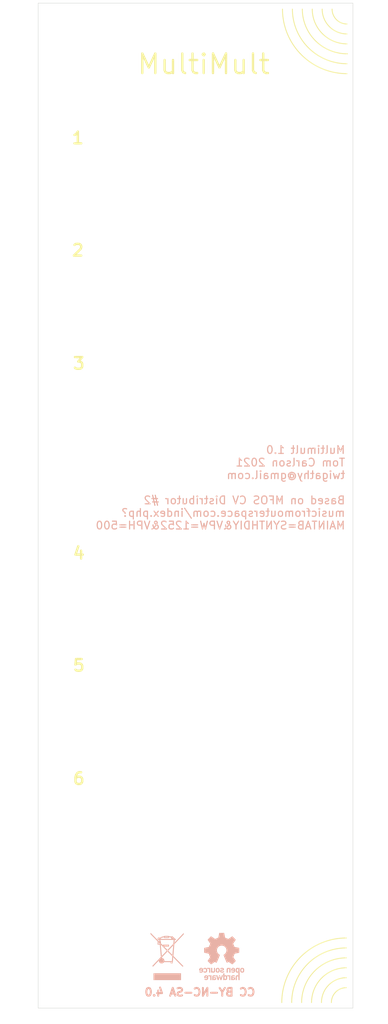
<source format=kicad_pcb>
(kicad_pcb (version 20171130) (host pcbnew "(5.1.4)-1")

  (general
    (thickness 1.6)
    (drawings 25)
    (tracks 0)
    (zones 0)
    (modules 34)
    (nets 1)
  )

  (page A4)
  (layers
    (0 F.Cu signal)
    (31 B.Cu signal)
    (32 B.Adhes user)
    (33 F.Adhes user)
    (34 B.Paste user)
    (35 F.Paste user)
    (36 B.SilkS user)
    (37 F.SilkS user)
    (38 B.Mask user)
    (39 F.Mask user)
    (40 Dwgs.User user)
    (41 Cmts.User user)
    (42 Eco1.User user)
    (43 Eco2.User user)
    (44 Edge.Cuts user)
    (45 Margin user)
    (46 B.CrtYd user)
    (47 F.CrtYd user)
    (48 B.Fab user)
    (49 F.Fab user)
  )

  (setup
    (last_trace_width 0.25)
    (trace_clearance 0.2)
    (zone_clearance 0.508)
    (zone_45_only no)
    (trace_min 0.2)
    (via_size 0.8)
    (via_drill 0.4)
    (via_min_size 0.4)
    (via_min_drill 0.3)
    (uvia_size 0.3)
    (uvia_drill 0.1)
    (uvias_allowed no)
    (uvia_min_size 0.2)
    (uvia_min_drill 0.1)
    (edge_width 0.05)
    (segment_width 0.2)
    (pcb_text_width 0.3)
    (pcb_text_size 1.5 1.5)
    (mod_edge_width 0.12)
    (mod_text_size 1 1)
    (mod_text_width 0.15)
    (pad_size 1.524 1.524)
    (pad_drill 0.762)
    (pad_to_mask_clearance 0.051)
    (solder_mask_min_width 0.25)
    (aux_axis_origin 0 0)
    (visible_elements 7FFFFFFF)
    (pcbplotparams
      (layerselection 0x010fc_ffffffff)
      (usegerberextensions false)
      (usegerberattributes false)
      (usegerberadvancedattributes false)
      (creategerberjobfile false)
      (excludeedgelayer true)
      (linewidth 0.150000)
      (plotframeref false)
      (viasonmask false)
      (mode 1)
      (useauxorigin true)
      (hpglpennumber 1)
      (hpglpenspeed 20)
      (hpglpendiameter 15.000000)
      (psnegative false)
      (psa4output false)
      (plotreference true)
      (plotvalue true)
      (plotinvisibletext false)
      (padsonsilk false)
      (subtractmaskfromsilk false)
      (outputformat 1)
      (mirror false)
      (drillshape 0)
      (scaleselection 1)
      (outputdirectory "gerbers/"))
  )

  (net 0 "")

  (net_class Default "This is the default net class."
    (clearance 0.2)
    (trace_width 0.25)
    (via_dia 0.8)
    (via_drill 0.4)
    (uvia_dia 0.3)
    (uvia_drill 0.1)
  )

  (net_class Power ""
    (clearance 0.2)
    (trace_width 0.5)
    (via_dia 0.8)
    (via_drill 0.4)
    (uvia_dia 0.3)
    (uvia_drill 0.1)
  )

  (module Symbol:OSHW-Logo_5.7x6mm_SilkScreen (layer B.Cu) (tedit 0) (tstamp 6003703F)
    (at 114.427 156.972 180)
    (descr "Open Source Hardware Logo")
    (tags "Logo OSHW")
    (path /600400DA)
    (attr virtual)
    (fp_text reference J27 (at 0 0) (layer B.SilkS) hide
      (effects (font (size 1 1) (thickness 0.15)) (justify mirror))
    )
    (fp_text value OSHW (at 0.75 0) (layer B.Fab) hide
      (effects (font (size 1 1) (thickness 0.15)) (justify mirror))
    )
    (fp_poly (pts (xy 0.376964 2.709982) (xy 0.433812 2.40843) (xy 0.853338 2.235488) (xy 1.104984 2.406605)
      (xy 1.175458 2.45425) (xy 1.239163 2.49679) (xy 1.293126 2.532285) (xy 1.334373 2.55879)
      (xy 1.359934 2.574364) (xy 1.366895 2.577722) (xy 1.379435 2.569086) (xy 1.406231 2.545208)
      (xy 1.44428 2.509141) (xy 1.490579 2.463933) (xy 1.542123 2.412636) (xy 1.595909 2.358299)
      (xy 1.648935 2.303972) (xy 1.698195 2.252705) (xy 1.740687 2.207549) (xy 1.773407 2.171554)
      (xy 1.793351 2.14777) (xy 1.798119 2.13981) (xy 1.791257 2.125135) (xy 1.77202 2.092986)
      (xy 1.74243 2.046508) (xy 1.70451 1.988844) (xy 1.660282 1.92314) (xy 1.634654 1.885664)
      (xy 1.587941 1.817232) (xy 1.546432 1.75548) (xy 1.51214 1.703481) (xy 1.48708 1.664308)
      (xy 1.473264 1.641035) (xy 1.471188 1.636145) (xy 1.475895 1.622245) (xy 1.488723 1.58985)
      (xy 1.507738 1.543515) (xy 1.531003 1.487794) (xy 1.556584 1.427242) (xy 1.582545 1.366414)
      (xy 1.60695 1.309864) (xy 1.627863 1.262148) (xy 1.643349 1.227819) (xy 1.651472 1.211432)
      (xy 1.651952 1.210788) (xy 1.664707 1.207659) (xy 1.698677 1.200679) (xy 1.75034 1.190533)
      (xy 1.816176 1.177908) (xy 1.892664 1.163491) (xy 1.93729 1.155177) (xy 2.019021 1.139616)
      (xy 2.092843 1.124808) (xy 2.155021 1.111564) (xy 2.201822 1.100695) (xy 2.229509 1.093011)
      (xy 2.235074 1.090573) (xy 2.240526 1.07407) (xy 2.244924 1.0368) (xy 2.248272 0.98312)
      (xy 2.250574 0.917388) (xy 2.251832 0.843963) (xy 2.252048 0.767204) (xy 2.251227 0.691468)
      (xy 2.249371 0.621114) (xy 2.246482 0.5605) (xy 2.242565 0.513984) (xy 2.237622 0.485925)
      (xy 2.234657 0.480084) (xy 2.216934 0.473083) (xy 2.179381 0.463073) (xy 2.126964 0.451231)
      (xy 2.064652 0.438733) (xy 2.0429 0.43469) (xy 1.938024 0.41548) (xy 1.85518 0.400009)
      (xy 1.79163 0.387663) (xy 1.744637 0.377827) (xy 1.711463 0.369886) (xy 1.689371 0.363224)
      (xy 1.675624 0.357227) (xy 1.667484 0.351281) (xy 1.666345 0.350106) (xy 1.654977 0.331174)
      (xy 1.637635 0.294331) (xy 1.61605 0.244087) (xy 1.591954 0.184954) (xy 1.567079 0.121444)
      (xy 1.543157 0.058068) (xy 1.521919 -0.000662) (xy 1.505097 -0.050235) (xy 1.494422 -0.086139)
      (xy 1.491627 -0.103862) (xy 1.49186 -0.104483) (xy 1.501331 -0.11897) (xy 1.522818 -0.150844)
      (xy 1.554063 -0.196789) (xy 1.592807 -0.253485) (xy 1.636793 -0.317617) (xy 1.649319 -0.335842)
      (xy 1.693984 -0.401914) (xy 1.733288 -0.4622) (xy 1.765088 -0.513235) (xy 1.787245 -0.55156)
      (xy 1.797617 -0.573711) (xy 1.798119 -0.576432) (xy 1.789405 -0.590736) (xy 1.765325 -0.619072)
      (xy 1.728976 -0.658396) (xy 1.683453 -0.705661) (xy 1.631852 -0.757823) (xy 1.577267 -0.811835)
      (xy 1.522794 -0.864653) (xy 1.471529 -0.913231) (xy 1.426567 -0.954523) (xy 1.391004 -0.985485)
      (xy 1.367935 -1.00307) (xy 1.361554 -1.005941) (xy 1.346699 -0.999178) (xy 1.316286 -0.980939)
      (xy 1.275268 -0.954297) (xy 1.243709 -0.932852) (xy 1.186525 -0.893503) (xy 1.118806 -0.847171)
      (xy 1.05088 -0.800913) (xy 1.014361 -0.776155) (xy 0.890752 -0.692547) (xy 0.786991 -0.74865)
      (xy 0.73972 -0.773228) (xy 0.699523 -0.792331) (xy 0.672326 -0.803227) (xy 0.665402 -0.804743)
      (xy 0.657077 -0.793549) (xy 0.640654 -0.761917) (xy 0.617357 -0.712765) (xy 0.588414 -0.64901)
      (xy 0.55505 -0.573571) (xy 0.518491 -0.489364) (xy 0.479964 -0.399308) (xy 0.440694 -0.306321)
      (xy 0.401908 -0.21332) (xy 0.36483 -0.123223) (xy 0.330689 -0.038948) (xy 0.300708 0.036587)
      (xy 0.276116 0.100466) (xy 0.258136 0.149769) (xy 0.247997 0.181579) (xy 0.246366 0.192504)
      (xy 0.259291 0.206439) (xy 0.287589 0.22906) (xy 0.325346 0.255667) (xy 0.328515 0.257772)
      (xy 0.4261 0.335886) (xy 0.504786 0.427018) (xy 0.563891 0.528255) (xy 0.602732 0.636682)
      (xy 0.620628 0.749386) (xy 0.616897 0.863452) (xy 0.590857 0.975966) (xy 0.541825 1.084015)
      (xy 0.5274 1.107655) (xy 0.452369 1.203113) (xy 0.36373 1.279768) (xy 0.264549 1.33722)
      (xy 0.157895 1.375071) (xy 0.046836 1.392922) (xy -0.065561 1.390375) (xy -0.176227 1.36703)
      (xy -0.282094 1.32249) (xy -0.380095 1.256355) (xy -0.41041 1.229513) (xy -0.487562 1.145488)
      (xy -0.543782 1.057034) (xy -0.582347 0.957885) (xy -0.603826 0.859697) (xy -0.609128 0.749303)
      (xy -0.591448 0.63836) (xy -0.552581 0.530619) (xy -0.494323 0.429831) (xy -0.418469 0.339744)
      (xy -0.326817 0.264108) (xy -0.314772 0.256136) (xy -0.276611 0.230026) (xy -0.247601 0.207405)
      (xy -0.233732 0.192961) (xy -0.233531 0.192504) (xy -0.236508 0.176879) (xy -0.248311 0.141418)
      (xy -0.267714 0.089038) (xy -0.293488 0.022655) (xy -0.324409 -0.054814) (xy -0.359249 -0.14045)
      (xy -0.396783 -0.231337) (xy -0.435783 -0.324559) (xy -0.475023 -0.417197) (xy -0.513276 -0.506335)
      (xy -0.549317 -0.589055) (xy -0.581917 -0.662441) (xy -0.609852 -0.723575) (xy -0.631895 -0.769541)
      (xy -0.646818 -0.797421) (xy -0.652828 -0.804743) (xy -0.671191 -0.799041) (xy -0.705552 -0.783749)
      (xy -0.749984 -0.761599) (xy -0.774417 -0.74865) (xy -0.878178 -0.692547) (xy -1.001787 -0.776155)
      (xy -1.064886 -0.818987) (xy -1.13397 -0.866122) (xy -1.198707 -0.910503) (xy -1.231134 -0.932852)
      (xy -1.276741 -0.963477) (xy -1.31536 -0.987747) (xy -1.341952 -1.002587) (xy -1.35059 -1.005724)
      (xy -1.363161 -0.997261) (xy -1.390984 -0.973636) (xy -1.431361 -0.937302) (xy -1.481595 -0.890711)
      (xy -1.538988 -0.836317) (xy -1.575286 -0.801392) (xy -1.63879 -0.738996) (xy -1.693673 -0.683188)
      (xy -1.737714 -0.636354) (xy -1.768695 -0.600882) (xy -1.784398 -0.579161) (xy -1.785905 -0.574752)
      (xy -1.778914 -0.557985) (xy -1.759594 -0.524082) (xy -1.730091 -0.476476) (xy -1.692545 -0.418599)
      (xy -1.6491 -0.353884) (xy -1.636745 -0.335842) (xy -1.591727 -0.270267) (xy -1.55134 -0.211228)
      (xy -1.51784 -0.162042) (xy -1.493486 -0.126028) (xy -1.480536 -0.106502) (xy -1.479285 -0.104483)
      (xy -1.481156 -0.088922) (xy -1.491087 -0.054709) (xy -1.507347 -0.006355) (xy -1.528205 0.051629)
      (xy -1.551927 0.11473) (xy -1.576784 0.178437) (xy -1.601042 0.238239) (xy -1.622971 0.289624)
      (xy -1.640838 0.328081) (xy -1.652913 0.349098) (xy -1.653771 0.350106) (xy -1.661154 0.356112)
      (xy -1.673625 0.362052) (xy -1.69392 0.36854) (xy -1.724778 0.376191) (xy -1.768934 0.38562)
      (xy -1.829126 0.397441) (xy -1.908093 0.412271) (xy -2.00857 0.430723) (xy -2.030325 0.43469)
      (xy -2.094802 0.447147) (xy -2.151011 0.459334) (xy -2.193987 0.470074) (xy -2.21876 0.478191)
      (xy -2.222082 0.480084) (xy -2.227556 0.496862) (xy -2.232006 0.534355) (xy -2.235428 0.588206)
      (xy -2.237819 0.654056) (xy -2.239177 0.727547) (xy -2.239499 0.80432) (xy -2.238781 0.880017)
      (xy -2.237021 0.95028) (xy -2.234216 1.01075) (xy -2.230362 1.05707) (xy -2.225457 1.084881)
      (xy -2.2225 1.090573) (xy -2.206037 1.096314) (xy -2.168551 1.105655) (xy -2.113775 1.117785)
      (xy -2.045445 1.131893) (xy -1.967294 1.14717) (xy -1.924716 1.155177) (xy -1.843929 1.170279)
      (xy -1.771887 1.18396) (xy -1.712111 1.195533) (xy -1.668121 1.204313) (xy -1.643439 1.209613)
      (xy -1.639377 1.210788) (xy -1.632511 1.224035) (xy -1.617998 1.255943) (xy -1.597771 1.301953)
      (xy -1.573766 1.357508) (xy -1.547918 1.418047) (xy -1.52216 1.479014) (xy -1.498427 1.535849)
      (xy -1.478654 1.583994) (xy -1.464776 1.61889) (xy -1.458726 1.635979) (xy -1.458614 1.636726)
      (xy -1.465472 1.650207) (xy -1.484698 1.68123) (xy -1.514272 1.726711) (xy -1.552173 1.783568)
      (xy -1.59638 1.848717) (xy -1.622079 1.886138) (xy -1.668907 1.954753) (xy -1.710499 2.017048)
      (xy -1.744825 2.069871) (xy -1.769857 2.110073) (xy -1.783565 2.1345) (xy -1.785544 2.139976)
      (xy -1.777034 2.152722) (xy -1.753507 2.179937) (xy -1.717968 2.218572) (xy -1.673423 2.265577)
      (xy -1.622877 2.317905) (xy -1.569336 2.372505) (xy -1.515805 2.42633) (xy -1.465289 2.47633)
      (xy -1.420794 2.519457) (xy -1.385325 2.552661) (xy -1.361887 2.572894) (xy -1.354046 2.577722)
      (xy -1.34128 2.570933) (xy -1.310744 2.551858) (xy -1.26541 2.522439) (xy -1.208244 2.484619)
      (xy -1.142216 2.440339) (xy -1.09241 2.406605) (xy -0.840764 2.235488) (xy -0.631001 2.321959)
      (xy -0.421237 2.40843) (xy -0.364389 2.709982) (xy -0.30754 3.011534) (xy 0.320115 3.011534)
      (xy 0.376964 2.709982)) (layer B.SilkS) (width 0.01))
    (fp_poly (pts (xy 1.79946 -1.45803) (xy 1.842711 -1.471245) (xy 1.870558 -1.487941) (xy 1.879629 -1.501145)
      (xy 1.877132 -1.516797) (xy 1.860931 -1.541385) (xy 1.847232 -1.5588) (xy 1.818992 -1.590283)
      (xy 1.797775 -1.603529) (xy 1.779688 -1.602664) (xy 1.726035 -1.58901) (xy 1.68663 -1.58963)
      (xy 1.654632 -1.605104) (xy 1.64389 -1.614161) (xy 1.609505 -1.646027) (xy 1.609505 -2.062179)
      (xy 1.471188 -2.062179) (xy 1.471188 -1.458614) (xy 1.540347 -1.458614) (xy 1.581869 -1.460256)
      (xy 1.603291 -1.466087) (xy 1.609502 -1.477461) (xy 1.609505 -1.477798) (xy 1.612439 -1.489713)
      (xy 1.625704 -1.488159) (xy 1.644084 -1.479563) (xy 1.682046 -1.463568) (xy 1.712872 -1.453945)
      (xy 1.752536 -1.451478) (xy 1.79946 -1.45803)) (layer B.SilkS) (width 0.01))
    (fp_poly (pts (xy -0.754012 -1.469002) (xy -0.722717 -1.48395) (xy -0.692409 -1.505541) (xy -0.669318 -1.530391)
      (xy -0.6525 -1.562087) (xy -0.641006 -1.604214) (xy -0.633891 -1.660358) (xy -0.630207 -1.734106)
      (xy -0.629008 -1.829044) (xy -0.628989 -1.838985) (xy -0.628713 -2.062179) (xy -0.76703 -2.062179)
      (xy -0.76703 -1.856418) (xy -0.767128 -1.780189) (xy -0.767809 -1.724939) (xy -0.769651 -1.686501)
      (xy -0.773233 -1.660706) (xy -0.779132 -1.643384) (xy -0.787927 -1.630368) (xy -0.80018 -1.617507)
      (xy -0.843047 -1.589873) (xy -0.889843 -1.584745) (xy -0.934424 -1.602217) (xy -0.949928 -1.615221)
      (xy -0.96131 -1.627447) (xy -0.969481 -1.64054) (xy -0.974974 -1.658615) (xy -0.97832 -1.685787)
      (xy -0.980051 -1.72617) (xy -0.980697 -1.783879) (xy -0.980792 -1.854132) (xy -0.980792 -2.062179)
      (xy -1.119109 -2.062179) (xy -1.119109 -1.458614) (xy -1.04995 -1.458614) (xy -1.008428 -1.460256)
      (xy -0.987006 -1.466087) (xy -0.980795 -1.477461) (xy -0.980792 -1.477798) (xy -0.97791 -1.488938)
      (xy -0.965199 -1.487674) (xy -0.939926 -1.475434) (xy -0.882605 -1.457424) (xy -0.817037 -1.455421)
      (xy -0.754012 -1.469002)) (layer B.SilkS) (width 0.01))
    (fp_poly (pts (xy 2.677898 -1.456457) (xy 2.710096 -1.464279) (xy 2.771825 -1.492921) (xy 2.82461 -1.536667)
      (xy 2.861141 -1.589117) (xy 2.86616 -1.600893) (xy 2.873045 -1.63174) (xy 2.877864 -1.677371)
      (xy 2.879505 -1.723492) (xy 2.879505 -1.810693) (xy 2.697178 -1.810693) (xy 2.621979 -1.810978)
      (xy 2.569003 -1.812704) (xy 2.535325 -1.817181) (xy 2.51802 -1.82572) (xy 2.514163 -1.83963)
      (xy 2.520829 -1.860222) (xy 2.53277 -1.884315) (xy 2.56608 -1.924525) (xy 2.612368 -1.944558)
      (xy 2.668944 -1.943905) (xy 2.733031 -1.922101) (xy 2.788417 -1.895193) (xy 2.834375 -1.931532)
      (xy 2.880333 -1.967872) (xy 2.837096 -2.007819) (xy 2.779374 -2.045563) (xy 2.708386 -2.06832)
      (xy 2.632029 -2.074688) (xy 2.558199 -2.063268) (xy 2.546287 -2.059393) (xy 2.481399 -2.025506)
      (xy 2.43313 -1.974986) (xy 2.400465 -1.906325) (xy 2.382385 -1.818014) (xy 2.382175 -1.816121)
      (xy 2.380556 -1.719878) (xy 2.3871 -1.685542) (xy 2.514852 -1.685542) (xy 2.526584 -1.690822)
      (xy 2.558438 -1.694867) (xy 2.605397 -1.697176) (xy 2.635154 -1.697525) (xy 2.690648 -1.697306)
      (xy 2.725346 -1.695916) (xy 2.743601 -1.692251) (xy 2.749766 -1.68521) (xy 2.748195 -1.67369)
      (xy 2.746878 -1.669233) (xy 2.724382 -1.627355) (xy 2.689003 -1.593604) (xy 2.65778 -1.578773)
      (xy 2.616301 -1.579668) (xy 2.574269 -1.598164) (xy 2.539012 -1.628786) (xy 2.517854 -1.666062)
      (xy 2.514852 -1.685542) (xy 2.3871 -1.685542) (xy 2.39669 -1.635229) (xy 2.428698 -1.564191)
      (xy 2.474701 -1.508779) (xy 2.532821 -1.471009) (xy 2.60118 -1.452896) (xy 2.677898 -1.456457)) (layer B.SilkS) (width 0.01))
    (fp_poly (pts (xy 2.217226 -1.46388) (xy 2.29008 -1.49483) (xy 2.313027 -1.509895) (xy 2.342354 -1.533048)
      (xy 2.360764 -1.551253) (xy 2.363961 -1.557183) (xy 2.354935 -1.57034) (xy 2.331837 -1.592667)
      (xy 2.313344 -1.60825) (xy 2.262728 -1.648926) (xy 2.22276 -1.615295) (xy 2.191874 -1.593584)
      (xy 2.161759 -1.58609) (xy 2.127292 -1.58792) (xy 2.072561 -1.601528) (xy 2.034886 -1.629772)
      (xy 2.011991 -1.675433) (xy 2.001597 -1.741289) (xy 2.001595 -1.741331) (xy 2.002494 -1.814939)
      (xy 2.016463 -1.868946) (xy 2.044328 -1.905716) (xy 2.063325 -1.918168) (xy 2.113776 -1.933673)
      (xy 2.167663 -1.933683) (xy 2.214546 -1.918638) (xy 2.225644 -1.911287) (xy 2.253476 -1.892511)
      (xy 2.275236 -1.889434) (xy 2.298704 -1.903409) (xy 2.324649 -1.92851) (xy 2.365716 -1.97088)
      (xy 2.320121 -2.008464) (xy 2.249674 -2.050882) (xy 2.170233 -2.071785) (xy 2.087215 -2.070272)
      (xy 2.032694 -2.056411) (xy 1.96897 -2.022135) (xy 1.918005 -1.968212) (xy 1.894851 -1.930149)
      (xy 1.876099 -1.875536) (xy 1.866715 -1.806369) (xy 1.866643 -1.731407) (xy 1.875824 -1.659409)
      (xy 1.894199 -1.599137) (xy 1.897093 -1.592958) (xy 1.939952 -1.532351) (xy 1.997979 -1.488224)
      (xy 2.066591 -1.461493) (xy 2.141201 -1.453073) (xy 2.217226 -1.46388)) (layer B.SilkS) (width 0.01))
    (fp_poly (pts (xy 0.993367 -1.654342) (xy 0.994555 -1.746563) (xy 0.998897 -1.81661) (xy 1.007558 -1.867381)
      (xy 1.021704 -1.901772) (xy 1.0425 -1.922679) (xy 1.07111 -1.933) (xy 1.106535 -1.935636)
      (xy 1.143636 -1.932682) (xy 1.171818 -1.921889) (xy 1.192243 -1.90036) (xy 1.206079 -1.865199)
      (xy 1.214491 -1.81351) (xy 1.218643 -1.742394) (xy 1.219703 -1.654342) (xy 1.219703 -1.458614)
      (xy 1.35802 -1.458614) (xy 1.35802 -2.062179) (xy 1.288862 -2.062179) (xy 1.24717 -2.060489)
      (xy 1.225701 -2.054556) (xy 1.219703 -2.043293) (xy 1.216091 -2.033261) (xy 1.201714 -2.035383)
      (xy 1.172736 -2.04958) (xy 1.106319 -2.07148) (xy 1.035875 -2.069928) (xy 0.968377 -2.046147)
      (xy 0.936233 -2.027362) (xy 0.911715 -2.007022) (xy 0.893804 -1.981573) (xy 0.881479 -1.947458)
      (xy 0.873723 -1.901121) (xy 0.869516 -1.839007) (xy 0.86784 -1.757561) (xy 0.867624 -1.694578)
      (xy 0.867624 -1.458614) (xy 0.993367 -1.458614) (xy 0.993367 -1.654342)) (layer B.SilkS) (width 0.01))
    (fp_poly (pts (xy 0.610762 -1.466055) (xy 0.674363 -1.500692) (xy 0.724123 -1.555372) (xy 0.747568 -1.599842)
      (xy 0.757634 -1.639121) (xy 0.764156 -1.695116) (xy 0.766951 -1.759621) (xy 0.765836 -1.824429)
      (xy 0.760626 -1.881334) (xy 0.754541 -1.911727) (xy 0.734014 -1.953306) (xy 0.698463 -1.997468)
      (xy 0.655619 -2.036087) (xy 0.613211 -2.061034) (xy 0.612177 -2.06143) (xy 0.559553 -2.072331)
      (xy 0.497188 -2.072601) (xy 0.437924 -2.062676) (xy 0.41504 -2.054722) (xy 0.356102 -2.0213)
      (xy 0.31389 -1.977511) (xy 0.286156 -1.919538) (xy 0.270651 -1.843565) (xy 0.267143 -1.803771)
      (xy 0.26759 -1.753766) (xy 0.402376 -1.753766) (xy 0.406917 -1.826732) (xy 0.419986 -1.882334)
      (xy 0.440756 -1.917861) (xy 0.455552 -1.92802) (xy 0.493464 -1.935104) (xy 0.538527 -1.933007)
      (xy 0.577487 -1.922812) (xy 0.587704 -1.917204) (xy 0.614659 -1.884538) (xy 0.632451 -1.834545)
      (xy 0.640024 -1.773705) (xy 0.636325 -1.708497) (xy 0.628057 -1.669253) (xy 0.60432 -1.623805)
      (xy 0.566849 -1.595396) (xy 0.52172 -1.585573) (xy 0.475011 -1.595887) (xy 0.439132 -1.621112)
      (xy 0.420277 -1.641925) (xy 0.409272 -1.662439) (xy 0.404026 -1.690203) (xy 0.402449 -1.732762)
      (xy 0.402376 -1.753766) (xy 0.26759 -1.753766) (xy 0.268094 -1.69758) (xy 0.285388 -1.610501)
      (xy 0.319029 -1.54253) (xy 0.369018 -1.493664) (xy 0.435356 -1.463899) (xy 0.449601 -1.460448)
      (xy 0.53521 -1.452345) (xy 0.610762 -1.466055)) (layer B.SilkS) (width 0.01))
    (fp_poly (pts (xy 0.014017 -1.456452) (xy 0.061634 -1.465482) (xy 0.111034 -1.48437) (xy 0.116312 -1.486777)
      (xy 0.153774 -1.506476) (xy 0.179717 -1.524781) (xy 0.188103 -1.536508) (xy 0.180117 -1.555632)
      (xy 0.16072 -1.58385) (xy 0.15211 -1.594384) (xy 0.116628 -1.635847) (xy 0.070885 -1.608858)
      (xy 0.02735 -1.590878) (xy -0.02295 -1.581267) (xy -0.071188 -1.58066) (xy -0.108533 -1.589691)
      (xy -0.117495 -1.595327) (xy -0.134563 -1.621171) (xy -0.136637 -1.650941) (xy -0.123866 -1.674197)
      (xy -0.116312 -1.678708) (xy -0.093675 -1.684309) (xy -0.053885 -1.690892) (xy -0.004834 -1.697183)
      (xy 0.004215 -1.69817) (xy 0.082996 -1.711798) (xy 0.140136 -1.734946) (xy 0.17803 -1.769752)
      (xy 0.199079 -1.818354) (xy 0.205635 -1.877718) (xy 0.196577 -1.945198) (xy 0.167164 -1.998188)
      (xy 0.117278 -2.036783) (xy 0.0468 -2.061081) (xy -0.031435 -2.070667) (xy -0.095234 -2.070552)
      (xy -0.146984 -2.061845) (xy -0.182327 -2.049825) (xy -0.226983 -2.02888) (xy -0.268253 -2.004574)
      (xy -0.282921 -1.993876) (xy -0.320643 -1.963084) (xy -0.275148 -1.917049) (xy -0.229653 -1.871013)
      (xy -0.177928 -1.905243) (xy -0.126048 -1.930952) (xy -0.070649 -1.944399) (xy -0.017395 -1.945818)
      (xy 0.028049 -1.935443) (xy 0.060016 -1.913507) (xy 0.070338 -1.894998) (xy 0.068789 -1.865314)
      (xy 0.04314 -1.842615) (xy -0.00654 -1.82694) (xy -0.060969 -1.819695) (xy -0.144736 -1.805873)
      (xy -0.206967 -1.779796) (xy -0.248493 -1.740699) (xy -0.270147 -1.68782) (xy -0.273147 -1.625126)
      (xy -0.258329 -1.559642) (xy -0.224546 -1.510144) (xy -0.171495 -1.476408) (xy -0.098874 -1.458207)
      (xy -0.045072 -1.454639) (xy 0.014017 -1.456452)) (layer B.SilkS) (width 0.01))
    (fp_poly (pts (xy -1.356699 -1.472614) (xy -1.344168 -1.478514) (xy -1.300799 -1.510283) (xy -1.25979 -1.556646)
      (xy -1.229168 -1.607696) (xy -1.220459 -1.631166) (xy -1.212512 -1.673091) (xy -1.207774 -1.723757)
      (xy -1.207199 -1.744679) (xy -1.207129 -1.810693) (xy -1.587083 -1.810693) (xy -1.578983 -1.845273)
      (xy -1.559104 -1.88617) (xy -1.524347 -1.921514) (xy -1.482998 -1.944282) (xy -1.456649 -1.94901)
      (xy -1.420916 -1.943273) (xy -1.378282 -1.928882) (xy -1.363799 -1.922262) (xy -1.31024 -1.895513)
      (xy -1.264533 -1.930376) (xy -1.238158 -1.953955) (xy -1.224124 -1.973417) (xy -1.223414 -1.979129)
      (xy -1.235951 -1.992973) (xy -1.263428 -2.014012) (xy -1.288366 -2.030425) (xy -1.355664 -2.05993)
      (xy -1.43111 -2.073284) (xy -1.505888 -2.069812) (xy -1.565495 -2.051663) (xy -1.626941 -2.012784)
      (xy -1.670608 -1.961595) (xy -1.697926 -1.895367) (xy -1.710322 -1.811371) (xy -1.711421 -1.772936)
      (xy -1.707022 -1.684861) (xy -1.706482 -1.682299) (xy -1.580582 -1.682299) (xy -1.577115 -1.690558)
      (xy -1.562863 -1.695113) (xy -1.53347 -1.697065) (xy -1.484575 -1.697517) (xy -1.465748 -1.697525)
      (xy -1.408467 -1.696843) (xy -1.372141 -1.694364) (xy -1.352604 -1.689443) (xy -1.34569 -1.681434)
      (xy -1.345445 -1.678862) (xy -1.353336 -1.658423) (xy -1.373085 -1.629789) (xy -1.381575 -1.619763)
      (xy -1.413094 -1.591408) (xy -1.445949 -1.580259) (xy -1.463651 -1.579327) (xy -1.511539 -1.590981)
      (xy -1.551699 -1.622285) (xy -1.577173 -1.667752) (xy -1.577625 -1.669233) (xy -1.580582 -1.682299)
      (xy -1.706482 -1.682299) (xy -1.692392 -1.61551) (xy -1.666038 -1.560025) (xy -1.633807 -1.520639)
      (xy -1.574217 -1.477931) (xy -1.504168 -1.455109) (xy -1.429661 -1.453046) (xy -1.356699 -1.472614)) (layer B.SilkS) (width 0.01))
    (fp_poly (pts (xy -2.538261 -1.465148) (xy -2.472479 -1.494231) (xy -2.42254 -1.542793) (xy -2.388374 -1.610908)
      (xy -2.369907 -1.698651) (xy -2.368583 -1.712351) (xy -2.367546 -1.808939) (xy -2.380993 -1.893602)
      (xy -2.408108 -1.962221) (xy -2.422627 -1.984294) (xy -2.473201 -2.031011) (xy -2.537609 -2.061268)
      (xy -2.609666 -2.073824) (xy -2.683185 -2.067439) (xy -2.739072 -2.047772) (xy -2.787132 -2.014629)
      (xy -2.826412 -1.971175) (xy -2.827092 -1.970158) (xy -2.843044 -1.943338) (xy -2.85341 -1.916368)
      (xy -2.859688 -1.882332) (xy -2.863373 -1.83431) (xy -2.864997 -1.794931) (xy -2.865672 -1.759219)
      (xy -2.739955 -1.759219) (xy -2.738726 -1.79477) (xy -2.734266 -1.842094) (xy -2.726397 -1.872465)
      (xy -2.712207 -1.894072) (xy -2.698917 -1.906694) (xy -2.651802 -1.933122) (xy -2.602505 -1.936653)
      (xy -2.556593 -1.917639) (xy -2.533638 -1.896331) (xy -2.517096 -1.874859) (xy -2.507421 -1.854313)
      (xy -2.503174 -1.827574) (xy -2.50292 -1.787523) (xy -2.504228 -1.750638) (xy -2.507043 -1.697947)
      (xy -2.511505 -1.663772) (xy -2.519548 -1.64148) (xy -2.533103 -1.624442) (xy -2.543845 -1.614703)
      (xy -2.588777 -1.589123) (xy -2.637249 -1.587847) (xy -2.677894 -1.602999) (xy -2.712567 -1.634642)
      (xy -2.733224 -1.68662) (xy -2.739955 -1.759219) (xy -2.865672 -1.759219) (xy -2.866479 -1.716621)
      (xy -2.863948 -1.658056) (xy -2.856362 -1.614007) (xy -2.842681 -1.579248) (xy -2.821865 -1.548551)
      (xy -2.814147 -1.539436) (xy -2.765889 -1.494021) (xy -2.714128 -1.467493) (xy -2.650828 -1.456379)
      (xy -2.619961 -1.455471) (xy -2.538261 -1.465148)) (layer B.SilkS) (width 0.01))
    (fp_poly (pts (xy 2.032581 -2.40497) (xy 2.092685 -2.420597) (xy 2.143021 -2.452848) (xy 2.167393 -2.47694)
      (xy 2.207345 -2.533895) (xy 2.230242 -2.599965) (xy 2.238108 -2.681182) (xy 2.238148 -2.687748)
      (xy 2.238218 -2.753763) (xy 1.858264 -2.753763) (xy 1.866363 -2.788342) (xy 1.880987 -2.819659)
      (xy 1.906581 -2.852291) (xy 1.911935 -2.8575) (xy 1.957943 -2.885694) (xy 2.01041 -2.890475)
      (xy 2.070803 -2.871926) (xy 2.08104 -2.866931) (xy 2.112439 -2.851745) (xy 2.13347 -2.843094)
      (xy 2.137139 -2.842293) (xy 2.149948 -2.850063) (xy 2.174378 -2.869072) (xy 2.186779 -2.87946)
      (xy 2.212476 -2.903321) (xy 2.220915 -2.919077) (xy 2.215058 -2.933571) (xy 2.211928 -2.937534)
      (xy 2.190725 -2.954879) (xy 2.155738 -2.975959) (xy 2.131337 -2.988265) (xy 2.062072 -3.009946)
      (xy 1.985388 -3.016971) (xy 1.912765 -3.008647) (xy 1.892426 -3.002686) (xy 1.829476 -2.968952)
      (xy 1.782815 -2.917045) (xy 1.752173 -2.846459) (xy 1.737282 -2.756692) (xy 1.735647 -2.709753)
      (xy 1.740421 -2.641413) (xy 1.86099 -2.641413) (xy 1.872652 -2.646465) (xy 1.903998 -2.650429)
      (xy 1.949571 -2.652768) (xy 1.980446 -2.653169) (xy 2.035981 -2.652783) (xy 2.071033 -2.650975)
      (xy 2.090262 -2.646773) (xy 2.09833 -2.639203) (xy 2.099901 -2.628218) (xy 2.089121 -2.594381)
      (xy 2.06198 -2.56094) (xy 2.026277 -2.535272) (xy 1.99056 -2.524772) (xy 1.942048 -2.534086)
      (xy 1.900053 -2.561013) (xy 1.870936 -2.599827) (xy 1.86099 -2.641413) (xy 1.740421 -2.641413)
      (xy 1.742599 -2.610236) (xy 1.764055 -2.530949) (xy 1.80047 -2.471263) (xy 1.852297 -2.430549)
      (xy 1.91999 -2.408179) (xy 1.956662 -2.403871) (xy 2.032581 -2.40497)) (layer B.SilkS) (width 0.01))
    (fp_poly (pts (xy 1.635255 -2.401486) (xy 1.683595 -2.411015) (xy 1.711114 -2.425125) (xy 1.740064 -2.448568)
      (xy 1.698876 -2.500571) (xy 1.673482 -2.532064) (xy 1.656238 -2.547428) (xy 1.639102 -2.549776)
      (xy 1.614027 -2.542217) (xy 1.602257 -2.537941) (xy 1.55427 -2.531631) (xy 1.510324 -2.545156)
      (xy 1.47806 -2.57571) (xy 1.472819 -2.585452) (xy 1.467112 -2.611258) (xy 1.462706 -2.658817)
      (xy 1.459811 -2.724758) (xy 1.458631 -2.80571) (xy 1.458614 -2.817226) (xy 1.458614 -3.017822)
      (xy 1.320297 -3.017822) (xy 1.320297 -2.401683) (xy 1.389456 -2.401683) (xy 1.429333 -2.402725)
      (xy 1.450107 -2.407358) (xy 1.457789 -2.417849) (xy 1.458614 -2.427745) (xy 1.458614 -2.453806)
      (xy 1.491745 -2.427745) (xy 1.529735 -2.409965) (xy 1.58077 -2.401174) (xy 1.635255 -2.401486)) (layer B.SilkS) (width 0.01))
    (fp_poly (pts (xy 1.038411 -2.405417) (xy 1.091411 -2.41829) (xy 1.106731 -2.42511) (xy 1.136428 -2.442974)
      (xy 1.15922 -2.463093) (xy 1.176083 -2.488962) (xy 1.187998 -2.524073) (xy 1.195942 -2.57192)
      (xy 1.200894 -2.635996) (xy 1.203831 -2.719794) (xy 1.204947 -2.775768) (xy 1.209052 -3.017822)
      (xy 1.138932 -3.017822) (xy 1.096393 -3.016038) (xy 1.074476 -3.009942) (xy 1.068812 -2.999706)
      (xy 1.065821 -2.988637) (xy 1.052451 -2.990754) (xy 1.034233 -2.999629) (xy 0.988624 -3.013233)
      (xy 0.930007 -3.016899) (xy 0.868354 -3.010903) (xy 0.813638 -2.995521) (xy 0.80873 -2.993386)
      (xy 0.758723 -2.958255) (xy 0.725756 -2.909419) (xy 0.710587 -2.852333) (xy 0.711746 -2.831824)
      (xy 0.835508 -2.831824) (xy 0.846413 -2.859425) (xy 0.878745 -2.879204) (xy 0.93091 -2.889819)
      (xy 0.958787 -2.891228) (xy 1.005247 -2.88762) (xy 1.036129 -2.873597) (xy 1.043664 -2.866931)
      (xy 1.064076 -2.830666) (xy 1.068812 -2.797773) (xy 1.068812 -2.753763) (xy 1.007513 -2.753763)
      (xy 0.936256 -2.757395) (xy 0.886276 -2.768818) (xy 0.854696 -2.788824) (xy 0.847626 -2.797743)
      (xy 0.835508 -2.831824) (xy 0.711746 -2.831824) (xy 0.713971 -2.792456) (xy 0.736663 -2.735244)
      (xy 0.767624 -2.69658) (xy 0.786376 -2.679864) (xy 0.804733 -2.668878) (xy 0.828619 -2.66218)
      (xy 0.863957 -2.658326) (xy 0.916669 -2.655873) (xy 0.937577 -2.655168) (xy 1.068812 -2.650879)
      (xy 1.06862 -2.611158) (xy 1.063537 -2.569405) (xy 1.045162 -2.544158) (xy 1.008039 -2.52803)
      (xy 1.007043 -2.527742) (xy 0.95441 -2.5214) (xy 0.902906 -2.529684) (xy 0.86463 -2.549827)
      (xy 0.849272 -2.559773) (xy 0.83273 -2.558397) (xy 0.807275 -2.543987) (xy 0.792328 -2.533817)
      (xy 0.763091 -2.512088) (xy 0.74498 -2.4958) (xy 0.742074 -2.491137) (xy 0.75404 -2.467005)
      (xy 0.789396 -2.438185) (xy 0.804753 -2.428461) (xy 0.848901 -2.411714) (xy 0.908398 -2.402227)
      (xy 0.974487 -2.400095) (xy 1.038411 -2.405417)) (layer B.SilkS) (width 0.01))
    (fp_poly (pts (xy 0.281524 -2.404237) (xy 0.331255 -2.407971) (xy 0.461291 -2.797773) (xy 0.481678 -2.728614)
      (xy 0.493946 -2.685874) (xy 0.510085 -2.628115) (xy 0.527512 -2.564625) (xy 0.536726 -2.53057)
      (xy 0.571388 -2.401683) (xy 0.714391 -2.401683) (xy 0.671646 -2.536857) (xy 0.650596 -2.603342)
      (xy 0.625167 -2.683539) (xy 0.59861 -2.767193) (xy 0.574902 -2.841782) (xy 0.520902 -3.011535)
      (xy 0.462598 -3.015328) (xy 0.404295 -3.019122) (xy 0.372679 -2.914734) (xy 0.353182 -2.849889)
      (xy 0.331904 -2.7784) (xy 0.313308 -2.715263) (xy 0.312574 -2.71275) (xy 0.298684 -2.669969)
      (xy 0.286429 -2.640779) (xy 0.277846 -2.629741) (xy 0.276082 -2.631018) (xy 0.269891 -2.64813)
      (xy 0.258128 -2.684787) (xy 0.242225 -2.736378) (xy 0.223614 -2.798294) (xy 0.213543 -2.832352)
      (xy 0.159007 -3.017822) (xy 0.043264 -3.017822) (xy -0.049263 -2.725471) (xy -0.075256 -2.643462)
      (xy -0.098934 -2.568987) (xy -0.11918 -2.505544) (xy -0.134874 -2.456632) (xy -0.144898 -2.425749)
      (xy -0.147945 -2.416726) (xy -0.145533 -2.407487) (xy -0.126592 -2.403441) (xy -0.087177 -2.403846)
      (xy -0.081007 -2.404152) (xy -0.007914 -2.407971) (xy 0.039957 -2.58401) (xy 0.057553 -2.648211)
      (xy 0.073277 -2.704649) (xy 0.085746 -2.748422) (xy 0.093574 -2.77463) (xy 0.09502 -2.778903)
      (xy 0.101014 -2.77399) (xy 0.113101 -2.748532) (xy 0.129893 -2.705997) (xy 0.150003 -2.64985)
      (xy 0.167003 -2.59913) (xy 0.231794 -2.400504) (xy 0.281524 -2.404237)) (layer B.SilkS) (width 0.01))
    (fp_poly (pts (xy -0.201188 -3.017822) (xy -0.270346 -3.017822) (xy -0.310488 -3.016645) (xy -0.331394 -3.011772)
      (xy -0.338922 -3.001186) (xy -0.339505 -2.994029) (xy -0.340774 -2.979676) (xy -0.348779 -2.976923)
      (xy -0.369815 -2.985771) (xy -0.386173 -2.994029) (xy -0.448977 -3.013597) (xy -0.517248 -3.014729)
      (xy -0.572752 -3.000135) (xy -0.624438 -2.964877) (xy -0.663838 -2.912835) (xy -0.685413 -2.85145)
      (xy -0.685962 -2.848018) (xy -0.689167 -2.810571) (xy -0.690761 -2.756813) (xy -0.690633 -2.716155)
      (xy -0.553279 -2.716155) (xy -0.550097 -2.770194) (xy -0.542859 -2.814735) (xy -0.53306 -2.839888)
      (xy -0.495989 -2.87426) (xy -0.451974 -2.886582) (xy -0.406584 -2.876618) (xy -0.367797 -2.846895)
      (xy -0.353108 -2.826905) (xy -0.344519 -2.80305) (xy -0.340496 -2.76823) (xy -0.339505 -2.71593)
      (xy -0.341278 -2.664139) (xy -0.345963 -2.618634) (xy -0.352603 -2.588181) (xy -0.35371 -2.585452)
      (xy -0.380491 -2.553) (xy -0.419579 -2.535183) (xy -0.463315 -2.532306) (xy -0.504038 -2.544674)
      (xy -0.534087 -2.572593) (xy -0.537204 -2.578148) (xy -0.546961 -2.612022) (xy -0.552277 -2.660728)
      (xy -0.553279 -2.716155) (xy -0.690633 -2.716155) (xy -0.690568 -2.69554) (xy -0.689664 -2.662563)
      (xy -0.683514 -2.580981) (xy -0.670733 -2.51973) (xy -0.649471 -2.474449) (xy -0.617878 -2.440779)
      (xy -0.587207 -2.421014) (xy -0.544354 -2.40712) (xy -0.491056 -2.402354) (xy -0.43648 -2.406236)
      (xy -0.389792 -2.418282) (xy -0.365124 -2.432693) (xy -0.339505 -2.455878) (xy -0.339505 -2.162773)
      (xy -0.201188 -2.162773) (xy -0.201188 -3.017822)) (layer B.SilkS) (width 0.01))
    (fp_poly (pts (xy -0.993356 -2.40302) (xy -0.974539 -2.40866) (xy -0.968473 -2.421053) (xy -0.968218 -2.426647)
      (xy -0.967129 -2.44223) (xy -0.959632 -2.444676) (xy -0.939381 -2.433993) (xy -0.927351 -2.426694)
      (xy -0.8894 -2.411063) (xy -0.844072 -2.403334) (xy -0.796544 -2.40274) (xy -0.751995 -2.408513)
      (xy -0.715602 -2.419884) (xy -0.692543 -2.436088) (xy -0.687996 -2.456355) (xy -0.690291 -2.461843)
      (xy -0.70702 -2.484626) (xy -0.732963 -2.512647) (xy -0.737655 -2.517177) (xy -0.762383 -2.538005)
      (xy -0.783718 -2.544735) (xy -0.813555 -2.540038) (xy -0.825508 -2.536917) (xy -0.862705 -2.529421)
      (xy -0.888859 -2.532792) (xy -0.910946 -2.544681) (xy -0.931178 -2.560635) (xy -0.946079 -2.5807)
      (xy -0.956434 -2.608702) (xy -0.963029 -2.648467) (xy -0.966649 -2.703823) (xy -0.968078 -2.778594)
      (xy -0.968218 -2.82374) (xy -0.968218 -3.017822) (xy -1.09396 -3.017822) (xy -1.09396 -2.401683)
      (xy -1.031089 -2.401683) (xy -0.993356 -2.40302)) (layer B.SilkS) (width 0.01))
    (fp_poly (pts (xy -1.38421 -2.406555) (xy -1.325055 -2.422339) (xy -1.280023 -2.450948) (xy -1.248246 -2.488419)
      (xy -1.238366 -2.504411) (xy -1.231073 -2.521163) (xy -1.225974 -2.542592) (xy -1.222679 -2.572616)
      (xy -1.220797 -2.615154) (xy -1.219937 -2.674122) (xy -1.219707 -2.75344) (xy -1.219703 -2.774484)
      (xy -1.219703 -3.017822) (xy -1.280059 -3.017822) (xy -1.318557 -3.015126) (xy -1.347023 -3.008295)
      (xy -1.354155 -3.004083) (xy -1.373652 -2.996813) (xy -1.393566 -3.004083) (xy -1.426353 -3.01316)
      (xy -1.473978 -3.016813) (xy -1.526764 -3.015228) (xy -1.575036 -3.008589) (xy -1.603218 -3.000072)
      (xy -1.657753 -2.965063) (xy -1.691835 -2.916479) (xy -1.707157 -2.851882) (xy -1.707299 -2.850223)
      (xy -1.705955 -2.821566) (xy -1.584356 -2.821566) (xy -1.573726 -2.854161) (xy -1.55641 -2.872505)
      (xy -1.521652 -2.886379) (xy -1.475773 -2.891917) (xy -1.428988 -2.889191) (xy -1.391514 -2.878274)
      (xy -1.381015 -2.871269) (xy -1.362668 -2.838904) (xy -1.35802 -2.802111) (xy -1.35802 -2.753763)
      (xy -1.427582 -2.753763) (xy -1.493667 -2.75885) (xy -1.543764 -2.773263) (xy -1.574929 -2.795729)
      (xy -1.584356 -2.821566) (xy -1.705955 -2.821566) (xy -1.703987 -2.779647) (xy -1.68071 -2.723845)
      (xy -1.636948 -2.681647) (xy -1.630899 -2.677808) (xy -1.604907 -2.665309) (xy -1.572735 -2.65774)
      (xy -1.52776 -2.654061) (xy -1.474331 -2.653216) (xy -1.35802 -2.653169) (xy -1.35802 -2.604411)
      (xy -1.362953 -2.566581) (xy -1.375543 -2.541236) (xy -1.377017 -2.539887) (xy -1.405034 -2.5288)
      (xy -1.447326 -2.524503) (xy -1.494064 -2.526615) (xy -1.535418 -2.534756) (xy -1.559957 -2.546965)
      (xy -1.573253 -2.556746) (xy -1.587294 -2.558613) (xy -1.606671 -2.5506) (xy -1.635976 -2.530739)
      (xy -1.679803 -2.497063) (xy -1.683825 -2.493909) (xy -1.681764 -2.482236) (xy -1.664568 -2.462822)
      (xy -1.638433 -2.441248) (xy -1.609552 -2.423096) (xy -1.600478 -2.418809) (xy -1.56738 -2.410256)
      (xy -1.51888 -2.404155) (xy -1.464695 -2.401708) (xy -1.462161 -2.401703) (xy -1.38421 -2.406555)) (layer B.SilkS) (width 0.01))
    (fp_poly (pts (xy -1.908759 -1.469184) (xy -1.882247 -1.482282) (xy -1.849553 -1.505106) (xy -1.825725 -1.529996)
      (xy -1.809406 -1.561249) (xy -1.79924 -1.603166) (xy -1.793872 -1.660044) (xy -1.791944 -1.736184)
      (xy -1.791831 -1.768917) (xy -1.792161 -1.840656) (xy -1.793527 -1.891927) (xy -1.7965 -1.927404)
      (xy -1.801649 -1.951763) (xy -1.809543 -1.96968) (xy -1.817757 -1.981902) (xy -1.870187 -2.033905)
      (xy -1.93193 -2.065184) (xy -1.998536 -2.074592) (xy -2.065558 -2.06098) (xy -2.086792 -2.051354)
      (xy -2.137624 -2.024859) (xy -2.137624 -2.440052) (xy -2.100525 -2.420868) (xy -2.051643 -2.406025)
      (xy -1.991561 -2.402222) (xy -1.931564 -2.409243) (xy -1.886256 -2.425013) (xy -1.848675 -2.455047)
      (xy -1.816564 -2.498024) (xy -1.81415 -2.502436) (xy -1.803967 -2.523221) (xy -1.79653 -2.54417)
      (xy -1.791411 -2.569548) (xy -1.788181 -2.603618) (xy -1.786413 -2.650641) (xy -1.785677 -2.714882)
      (xy -1.785544 -2.787176) (xy -1.785544 -3.017822) (xy -1.923861 -3.017822) (xy -1.923861 -2.592533)
      (xy -1.962549 -2.559979) (xy -2.002738 -2.53394) (xy -2.040797 -2.529205) (xy -2.079066 -2.541389)
      (xy -2.099462 -2.55332) (xy -2.114642 -2.570313) (xy -2.125438 -2.595995) (xy -2.132683 -2.633991)
      (xy -2.137208 -2.687926) (xy -2.139844 -2.761425) (xy -2.140772 -2.810347) (xy -2.143911 -3.011535)
      (xy -2.209926 -3.015336) (xy -2.27594 -3.019136) (xy -2.27594 -1.77065) (xy -2.137624 -1.77065)
      (xy -2.134097 -1.840254) (xy -2.122215 -1.888569) (xy -2.10002 -1.918631) (xy -2.065559 -1.933471)
      (xy -2.030742 -1.936436) (xy -1.991329 -1.933028) (xy -1.965171 -1.919617) (xy -1.948814 -1.901896)
      (xy -1.935937 -1.882835) (xy -1.928272 -1.861601) (xy -1.924861 -1.831849) (xy -1.924749 -1.787236)
      (xy -1.925897 -1.74988) (xy -1.928532 -1.693604) (xy -1.932456 -1.656658) (xy -1.939063 -1.633223)
      (xy -1.949749 -1.61748) (xy -1.959833 -1.60838) (xy -2.00197 -1.588537) (xy -2.05184 -1.585332)
      (xy -2.080476 -1.592168) (xy -2.108828 -1.616464) (xy -2.127609 -1.663728) (xy -2.136712 -1.733624)
      (xy -2.137624 -1.77065) (xy -2.27594 -1.77065) (xy -2.27594 -1.458614) (xy -2.206782 -1.458614)
      (xy -2.16526 -1.460256) (xy -2.143838 -1.466087) (xy -2.137626 -1.477461) (xy -2.137624 -1.477798)
      (xy -2.134742 -1.488938) (xy -2.12203 -1.487673) (xy -2.096757 -1.475433) (xy -2.037869 -1.456707)
      (xy -1.971615 -1.454739) (xy -1.908759 -1.469184)) (layer B.SilkS) (width 0.01))
  )

  (module Symbol:WEEE-Logo_4.2x6mm_SilkScreen (layer B.Cu) (tedit 0) (tstamp 60036FBE)
    (at 107.442 156.972 180)
    (descr "Waste Electrical and Electronic Equipment Directive")
    (tags "Logo WEEE")
    (path /60041A75)
    (attr virtual)
    (fp_text reference J26 (at 0 0) (layer B.SilkS) hide
      (effects (font (size 1 1) (thickness 0.15)) (justify mirror))
    )
    (fp_text value WEEE (at 0.75 0) (layer B.Fab) hide
      (effects (font (size 1 1) (thickness 0.15)) (justify mirror))
    )
    (fp_poly (pts (xy 2.12443 2.935152) (xy 2.123811 2.848069) (xy 1.672086 2.389109) (xy 1.220361 1.930148)
      (xy 1.220032 1.719529) (xy 1.219703 1.508911) (xy 0.94461 1.508911) (xy 0.937522 1.45547)
      (xy 0.934838 1.431112) (xy 0.930313 1.385241) (xy 0.924191 1.320595) (xy 0.916712 1.239909)
      (xy 0.908119 1.145919) (xy 0.898654 1.041363) (xy 0.888558 0.928975) (xy 0.878074 0.811493)
      (xy 0.867444 0.691652) (xy 0.856909 0.572189) (xy 0.846713 0.455841) (xy 0.837095 0.345343)
      (xy 0.8283 0.243431) (xy 0.820568 0.152842) (xy 0.814142 0.076313) (xy 0.809263 0.016579)
      (xy 0.806175 -0.023624) (xy 0.805117 -0.041559) (xy 0.805118 -0.041644) (xy 0.812827 -0.056035)
      (xy 0.835981 -0.085748) (xy 0.874895 -0.131131) (xy 0.929884 -0.192529) (xy 1.001264 -0.270288)
      (xy 1.089349 -0.364754) (xy 1.194454 -0.476272) (xy 1.316895 -0.605188) (xy 1.35131 -0.641287)
      (xy 1.897137 -1.213416) (xy 1.808881 -1.301436) (xy 1.737485 -1.223758) (xy 1.711366 -1.195686)
      (xy 1.670566 -1.152274) (xy 1.617777 -1.096366) (xy 1.555691 -1.030808) (xy 1.487 -0.958441)
      (xy 1.414396 -0.882112) (xy 1.37096 -0.836524) (xy 1.289416 -0.751119) (xy 1.223504 -0.68271)
      (xy 1.171544 -0.630053) (xy 1.131855 -0.591905) (xy 1.102757 -0.56702) (xy 1.082569 -0.554156)
      (xy 1.06961 -0.552068) (xy 1.0622 -0.559513) (xy 1.058658 -0.575246) (xy 1.057303 -0.598023)
      (xy 1.057121 -0.604239) (xy 1.047703 -0.647061) (xy 1.024497 -0.698819) (xy 0.992136 -0.751328)
      (xy 0.955252 -0.796403) (xy 0.940493 -0.810328) (xy 0.864767 -0.859047) (xy 0.776308 -0.886306)
      (xy 0.6981 -0.892773) (xy 0.609468 -0.880576) (xy 0.527612 -0.844813) (xy 0.455164 -0.786722)
      (xy 0.441797 -0.772262) (xy 0.392918 -0.716733) (xy -0.452674 -0.716733) (xy -0.452674 -0.892773)
      (xy -0.67901 -0.892773) (xy -0.67901 -0.810531) (xy -0.68185 -0.754386) (xy -0.691393 -0.715416)
      (xy -0.702991 -0.694219) (xy -0.711277 -0.679052) (xy -0.718373 -0.657062) (xy -0.724748 -0.624987)
      (xy -0.730872 -0.579569) (xy -0.737216 -0.517548) (xy -0.74425 -0.435662) (xy -0.749066 -0.374746)
      (xy -0.771161 -0.089343) (xy -1.313565 -0.638805) (xy -1.411637 -0.738228) (xy -1.505784 -0.833815)
      (xy -1.594285 -0.92381) (xy -1.67542 -1.006457) (xy -1.747469 -1.080001) (xy -1.808712 -1.142684)
      (xy -1.857427 -1.192752) (xy -1.891896 -1.228448) (xy -1.910379 -1.247995) (xy -1.940743 -1.278944)
      (xy -1.966071 -1.30053) (xy -1.979695 -1.307723) (xy -1.997095 -1.299297) (xy -2.02246 -1.278245)
      (xy -2.031058 -1.269671) (xy -2.067514 -1.23162) (xy -1.866802 -1.027658) (xy -1.815596 -0.975699)
      (xy -1.749569 -0.90882) (xy -1.671618 -0.82995) (xy -1.584638 -0.742014) (xy -1.491526 -0.647941)
      (xy -1.395179 -0.550658) (xy -1.298492 -0.453093) (xy -1.229134 -0.383145) (xy -1.123703 -0.27655)
      (xy -1.035129 -0.186307) (xy -0.962281 -0.111192) (xy -0.904023 -0.049986) (xy -0.859225 -0.001466)
      (xy -0.837021 0.023871) (xy -0.658724 0.023871) (xy -0.636401 -0.261555) (xy -0.629669 -0.345219)
      (xy -0.623157 -0.421727) (xy -0.617234 -0.487081) (xy -0.612268 -0.537281) (xy -0.608629 -0.568329)
      (xy -0.607458 -0.575273) (xy -0.600838 -0.603565) (xy 0.348636 -0.603565) (xy 0.354974 -0.524606)
      (xy 0.37411 -0.431315) (xy 0.414154 -0.348791) (xy 0.472582 -0.280038) (xy 0.546871 -0.228063)
      (xy 0.630252 -0.196863) (xy 0.657302 -0.182228) (xy 0.670844 -0.150819) (xy 0.671128 -0.149434)
      (xy 0.672753 -0.136174) (xy 0.670744 -0.122595) (xy 0.663142 -0.106181) (xy 0.647984 -0.084411)
      (xy 0.623312 -0.054767) (xy 0.587164 -0.014732) (xy 0.53758 0.038215) (xy 0.472599 0.106591)
      (xy 0.468401 0.110995) (xy 0.398507 0.184389) (xy 0.3242 0.262563) (xy 0.250586 0.340136)
      (xy 0.182771 0.411725) (xy 0.12586 0.471949) (xy 0.113168 0.485413) (xy 0.064513 0.53618)
      (xy 0.021291 0.579625) (xy -0.013395 0.612759) (xy -0.036444 0.632595) (xy -0.044182 0.636954)
      (xy -0.055722 0.62783) (xy -0.08271 0.6028) (xy -0.123021 0.563948) (xy -0.174529 0.513357)
      (xy -0.235109 0.453112) (xy -0.302636 0.385296) (xy -0.357826 0.329435) (xy -0.658724 0.023871)
      (xy -0.837021 0.023871) (xy -0.826751 0.035589) (xy -0.805471 0.062401) (xy -0.794251 0.080192)
      (xy -0.791754 0.08843) (xy -0.7927 0.10641) (xy -0.795573 0.147108) (xy -0.800187 0.208181)
      (xy -0.806358 0.287287) (xy -0.813898 0.382086) (xy -0.822621 0.490233) (xy -0.832343 0.609388)
      (xy -0.842876 0.737209) (xy -0.851365 0.839365) (xy -0.899396 1.415326) (xy -0.775805 1.415326)
      (xy -0.775273 1.402896) (xy -0.772769 1.36789) (xy -0.768496 1.312785) (xy -0.762653 1.240057)
      (xy -0.755443 1.152186) (xy -0.747066 1.051649) (xy -0.737723 0.940923) (xy -0.728758 0.835795)
      (xy -0.718602 0.716517) (xy -0.709142 0.60392) (xy -0.700596 0.500695) (xy -0.693179 0.409527)
      (xy -0.687108 0.333105) (xy -0.682601 0.274117) (xy -0.679873 0.235251) (xy -0.679116 0.220156)
      (xy -0.677935 0.210762) (xy -0.673256 0.207034) (xy -0.663276 0.210529) (xy -0.64619 0.222801)
      (xy -0.620196 0.245406) (xy -0.58349 0.2799) (xy -0.534267 0.327838) (xy -0.470726 0.390776)
      (xy -0.403305 0.458032) (xy -0.127601 0.733523) (xy -0.129533 0.735594) (xy 0.05271 0.735594)
      (xy 0.061016 0.72422) (xy 0.084267 0.697437) (xy 0.120135 0.657708) (xy 0.166287 0.607493)
      (xy 0.220394 0.549254) (xy 0.280126 0.485453) (xy 0.343152 0.418551) (xy 0.407142 0.35101)
      (xy 0.469764 0.28529) (xy 0.52869 0.223854) (xy 0.581588 0.169163) (xy 0.626128 0.123678)
      (xy 0.65998 0.089862) (xy 0.680812 0.070174) (xy 0.686494 0.066163) (xy 0.688366 0.079109)
      (xy 0.692254 0.114866) (xy 0.697943 0.171196) (xy 0.705219 0.24586) (xy 0.713869 0.33662)
      (xy 0.723678 0.441238) (xy 0.734434 0.557474) (xy 0.745921 0.683092) (xy 0.755093 0.784382)
      (xy 0.766826 0.915721) (xy 0.777665 1.039448) (xy 0.78743 1.153319) (xy 0.795937 1.255089)
      (xy 0.803005 1.342513) (xy 0.808451 1.413347) (xy 0.812092 1.465347) (xy 0.813747 1.496268)
      (xy 0.813558 1.504297) (xy 0.803666 1.497146) (xy 0.778476 1.474159) (xy 0.74019 1.437561)
      (xy 0.691011 1.389578) (xy 0.633139 1.332434) (xy 0.568778 1.268353) (xy 0.500129 1.199562)
      (xy 0.429395 1.128284) (xy 0.358778 1.056745) (xy 0.29048 0.98717) (xy 0.226704 0.921783)
      (xy 0.16965 0.862809) (xy 0.121522 0.812473) (xy 0.084522 0.773001) (xy 0.060852 0.746617)
      (xy 0.05271 0.735594) (xy -0.129533 0.735594) (xy -0.230409 0.843705) (xy -0.282768 0.899623)
      (xy -0.341535 0.962052) (xy -0.404385 1.028557) (xy -0.468995 1.096702) (xy -0.533042 1.164052)
      (xy -0.594203 1.228172) (xy -0.650153 1.286628) (xy -0.69857 1.336982) (xy -0.73713 1.376802)
      (xy -0.763509 1.40365) (xy -0.775384 1.415092) (xy -0.775805 1.415326) (xy -0.899396 1.415326)
      (xy -0.911401 1.559274) (xy -1.511938 2.190842) (xy -2.112475 2.822411) (xy -2.112034 2.910685)
      (xy -2.111592 2.99896) (xy -2.014583 2.895334) (xy -1.960291 2.837537) (xy -1.896192 2.769632)
      (xy -1.824016 2.693428) (xy -1.745492 2.610731) (xy -1.662349 2.523347) (xy -1.576319 2.433085)
      (xy -1.48913 2.34175) (xy -1.402513 2.251151) (xy -1.318197 2.163093) (xy -1.237912 2.079385)
      (xy -1.163387 2.001833) (xy -1.096354 1.932243) (xy -1.038541 1.872424) (xy -0.991679 1.824182)
      (xy -0.957496 1.789324) (xy -0.937724 1.769657) (xy -0.93339 1.765884) (xy -0.933092 1.779008)
      (xy -0.934731 1.812611) (xy -0.938023 1.86212) (xy -0.942682 1.922963) (xy -0.944682 1.947268)
      (xy -0.959577 2.125049) (xy -0.842955 2.125049) (xy -0.836934 2.096757) (xy -0.833863 2.074382)
      (xy -0.829548 2.032283) (xy -0.824488 1.975822) (xy -0.819181 1.910365) (xy -0.817344 1.886138)
      (xy -0.811927 1.816579) (xy -0.806459 1.751982) (xy -0.801488 1.698452) (xy -0.797561 1.66209)
      (xy -0.796675 1.655491) (xy -0.793334 1.641944) (xy -0.786101 1.626086) (xy -0.77344 1.606139)
      (xy -0.753811 1.580327) (xy -0.725678 1.546871) (xy -0.687502 1.503993) (xy -0.637746 1.449917)
      (xy -0.574871 1.382864) (xy -0.497341 1.301057) (xy -0.418251 1.21805) (xy -0.339564 1.135906)
      (xy -0.266112 1.059831) (xy -0.199724 0.991675) (xy -0.142227 0.933288) (xy -0.095451 0.886519)
      (xy -0.061224 0.853218) (xy -0.041373 0.835233) (xy -0.03714 0.832558) (xy -0.026003 0.842259)
      (xy 0.000029 0.867559) (xy 0.03843 0.905918) (xy 0.086672 0.9548) (xy 0.14223 1.011666)
      (xy 0.182408 1.053094) (xy 0.392169 1.27) (xy -0.226337 1.27) (xy -0.226337 1.508911)
      (xy 0.528119 1.508911) (xy 0.528119 1.402458) (xy 0.666435 1.540346) (xy 0.764553 1.63816)
      (xy 0.955643 1.63816) (xy 0.957471 1.62273) (xy 0.966723 1.614133) (xy 0.98905 1.610387)
      (xy 1.030105 1.609511) (xy 1.037376 1.609505) (xy 1.119109 1.609505) (xy 1.119109 1.828828)
      (xy 1.037376 1.747821) (xy 0.99127 1.698572) (xy 0.963694 1.660841) (xy 0.955643 1.63816)
      (xy 0.764553 1.63816) (xy 0.804752 1.678234) (xy 0.804752 1.801048) (xy 0.805137 1.85755)
      (xy 0.8069 1.893495) (xy 0.81095 1.91347) (xy 0.818199 1.922063) (xy 0.82913 1.923861)
      (xy 0.841288 1.926502) (xy 0.850273 1.937088) (xy 0.857174 1.959619) (xy 0.863076 1.998091)
      (xy 0.869065 2.056502) (xy 0.870987 2.077896) (xy 0.875148 2.125049) (xy -0.842955 2.125049)
      (xy -0.959577 2.125049) (xy -1.119109 2.125049) (xy -1.119109 2.238218) (xy -1.051314 2.238218)
      (xy -1.011662 2.239304) (xy -0.990116 2.244546) (xy -0.98748 2.247666) (xy -0.848616 2.247666)
      (xy -0.841308 2.240538) (xy -0.815993 2.238338) (xy -0.798908 2.238218) (xy -0.741881 2.238218)
      (xy -0.529221 2.238218) (xy 0.885302 2.238218) (xy 0.837458 2.287214) (xy 0.76315 2.347676)
      (xy 0.671184 2.394309) (xy 0.560002 2.427751) (xy 0.449529 2.446247) (xy 0.377227 2.454878)
      (xy 0.377227 2.36396) (xy -0.201188 2.36396) (xy -0.201188 2.467107) (xy -0.286065 2.458504)
      (xy -0.345368 2.451244) (xy -0.408551 2.441621) (xy -0.446386 2.434748) (xy -0.521832 2.419593)
      (xy -0.525526 2.328905) (xy -0.529221 2.238218) (xy -0.741881 2.238218) (xy -0.741881 2.288515)
      (xy -0.743544 2.320024) (xy -0.747697 2.337537) (xy -0.749371 2.338812) (xy -0.767987 2.330746)
      (xy -0.795183 2.31118) (xy -0.822448 2.287056) (xy -0.841267 2.265318) (xy -0.842943 2.262492)
      (xy -0.848616 2.247666) (xy -0.98748 2.247666) (xy -0.979662 2.256919) (xy -0.975442 2.270396)
      (xy -0.958219 2.305373) (xy -0.925138 2.347421) (xy -0.881893 2.390644) (xy -0.834174 2.429146)
      (xy -0.80283 2.449199) (xy -0.767123 2.471149) (xy -0.748819 2.489589) (xy -0.742388 2.511332)
      (xy -0.741894 2.524282) (xy -0.741894 2.527425) (xy -0.100594 2.527425) (xy -0.100594 2.464554)
      (xy 0.276633 2.464554) (xy 0.276633 2.527425) (xy -0.100594 2.527425) (xy -0.741894 2.527425)
      (xy -0.741881 2.565148) (xy -0.636048 2.565148) (xy -0.587355 2.563971) (xy -0.549405 2.560835)
      (xy -0.528308 2.556329) (xy -0.526023 2.554505) (xy -0.512641 2.551705) (xy -0.480074 2.552852)
      (xy -0.433916 2.557607) (xy -0.402376 2.561997) (xy -0.345188 2.570622) (xy -0.292886 2.578409)
      (xy -0.253582 2.584153) (xy -0.242055 2.585785) (xy -0.211937 2.595112) (xy -0.201188 2.609728)
      (xy -0.19792 2.61568) (xy -0.18623 2.620222) (xy -0.163288 2.62353) (xy -0.126265 2.625785)
      (xy -0.072332 2.627166) (xy 0.00134 2.62785) (xy 0.08802 2.62802) (xy 0.180529 2.627923)
      (xy 0.250906 2.62747) (xy 0.302164 2.62641) (xy 0.33732 2.624497) (xy 0.359389 2.621481)
      (xy 0.371385 2.617115) (xy 0.376324 2.611151) (xy 0.377227 2.604216) (xy 0.384921 2.582205)
      (xy 0.410121 2.569679) (xy 0.456009 2.565212) (xy 0.464264 2.565148) (xy 0.541973 2.557132)
      (xy 0.630233 2.535064) (xy 0.721085 2.501916) (xy 0.80657 2.460661) (xy 0.878726 2.414269)
      (xy 0.888072 2.406918) (xy 0.918533 2.383002) (xy 0.936572 2.373424) (xy 0.949169 2.37652)
      (xy 0.9621 2.389296) (xy 1.000293 2.414322) (xy 1.049998 2.423929) (xy 1.103524 2.418933)
      (xy 1.153178 2.400149) (xy 1.191267 2.368394) (xy 1.194025 2.364703) (xy 1.222526 2.305425)
      (xy 1.227828 2.244066) (xy 1.210518 2.185573) (xy 1.17118 2.134896) (xy 1.16637 2.130711)
      (xy 1.13844 2.110833) (xy 1.110102 2.102079) (xy 1.070263 2.101447) (xy 1.060311 2.102008)
      (xy 1.021332 2.103438) (xy 1.001254 2.100161) (xy 0.993985 2.090272) (xy 0.99324 2.081039)
      (xy 0.991716 2.054256) (xy 0.987935 2.013975) (xy 0.985218 1.989876) (xy 0.981277 1.951599)
      (xy 0.982916 1.932004) (xy 0.992421 1.924842) (xy 1.009351 1.923861) (xy 1.019392 1.927099)
      (xy 1.03559 1.93758) (xy 1.059145 1.956452) (xy 1.091257 1.984865) (xy 1.133128 2.023965)
      (xy 1.185957 2.074903) (xy 1.250945 2.138827) (xy 1.329291 2.216886) (xy 1.422197 2.310228)
      (xy 1.530863 2.420002) (xy 1.583231 2.473048) (xy 2.125049 3.022233) (xy 2.12443 2.935152)) (layer B.SilkS) (width 0.01))
    (fp_poly (pts (xy 1.747822 -3.017822) (xy -1.772971 -3.017822) (xy -1.772971 -2.150198) (xy 1.747822 -2.150198)
      (xy 1.747822 -3.017822)) (layer B.SilkS) (width 0.01))
  )

  (module MountingHole:MountingHole_3.2mm_M3 (layer F.Cu) (tedit 5EE4C5D0) (tstamp 5FEC48C4)
    (at 96.1644 140.8938)
    (descr "Mounting Hole 3.2mm, no annular, M3")
    (tags "mounting hole 3.2mm no annular m3")
    (attr virtual)
    (fp_text reference REF** (at 0 -4.2) (layer F.SilkS) hide
      (effects (font (size 1 1) (thickness 0.15)))
    )
    (fp_text value MountingHole_3.2mm_M3 (at 0 4.2) (layer F.Fab)
      (effects (font (size 1 1) (thickness 0.15)))
    )
    (fp_circle (center 0 0) (end 3.45 0) (layer F.CrtYd) (width 0.05))
    (fp_circle (center 0 0) (end 3.2 0) (layer Cmts.User) (width 0.15))
    (fp_text user %R (at 0.3 0) (layer F.Fab)
      (effects (font (size 1 1) (thickness 0.15)))
    )
    (pad "" np_thru_hole circle (at 0 0) (size 6.1 6.1) (drill 6.1) (layers *.Cu *.Mask))
  )

  (module MountingHole:MountingHole_3.2mm_M3 (layer F.Cu) (tedit 5F66198E) (tstamp 5FEC48BD)
    (at 101.092 119.8118)
    (descr "Mounting Hole 3.2mm, no annular, M3")
    (tags "mounting hole 3.2mm no annular m3")
    (attr virtual)
    (fp_text reference REF** (at 0 -4.2) (layer F.SilkS) hide
      (effects (font (size 1 1) (thickness 0.15)))
    )
    (fp_text value MountingHole_3.2mm_M3 (at 0 4.2) (layer F.Fab)
      (effects (font (size 1 1) (thickness 0.15)))
    )
    (fp_text user %R (at 0.3 0) (layer F.Fab)
      (effects (font (size 1 1) (thickness 0.15)))
    )
    (fp_circle (center 0 0) (end 3.2 0) (layer Cmts.User) (width 0.15))
    (fp_circle (center 0 0) (end 3.45 0) (layer F.CrtYd) (width 0.05))
    (pad "" np_thru_hole circle (at 0 0) (size 3.1 3.1) (drill 3.1) (layers *.Cu *.Mask))
  )

  (module MountingHole:MountingHole_3.2mm_M3 (layer F.Cu) (tedit 5EE4C5D0) (tstamp 5FEC48B6)
    (at 126.238 140.8938)
    (descr "Mounting Hole 3.2mm, no annular, M3")
    (tags "mounting hole 3.2mm no annular m3")
    (attr virtual)
    (fp_text reference REF** (at 0 -4.2) (layer F.SilkS) hide
      (effects (font (size 1 1) (thickness 0.15)))
    )
    (fp_text value MountingHole_3.2mm_M3 (at 0 4.2) (layer F.Fab)
      (effects (font (size 1 1) (thickness 0.15)))
    )
    (fp_text user %R (at 0.3 0) (layer F.Fab)
      (effects (font (size 1 1) (thickness 0.15)))
    )
    (fp_circle (center 0 0) (end 3.2 0) (layer Cmts.User) (width 0.15))
    (fp_circle (center 0 0) (end 3.45 0) (layer F.CrtYd) (width 0.05))
    (pad "" np_thru_hole circle (at 0 0) (size 6.1 6.1) (drill 6.1) (layers *.Cu *.Mask))
  )

  (module MountingHole:MountingHole_3.2mm_M3 (layer F.Cu) (tedit 5EE4C5D0) (tstamp 5FEC48AF)
    (at 96.1644 126.4158)
    (descr "Mounting Hole 3.2mm, no annular, M3")
    (tags "mounting hole 3.2mm no annular m3")
    (attr virtual)
    (fp_text reference REF** (at 0 -4.2) (layer F.SilkS) hide
      (effects (font (size 1 1) (thickness 0.15)))
    )
    (fp_text value MountingHole_3.2mm_M3 (at 0 4.2) (layer F.Fab)
      (effects (font (size 1 1) (thickness 0.15)))
    )
    (fp_text user %R (at 0.3 0) (layer F.Fab)
      (effects (font (size 1 1) (thickness 0.15)))
    )
    (fp_circle (center 0 0) (end 3.2 0) (layer Cmts.User) (width 0.15))
    (fp_circle (center 0 0) (end 3.45 0) (layer F.CrtYd) (width 0.05))
    (pad "" np_thru_hole circle (at 0 0) (size 6.1 6.1) (drill 6.1) (layers *.Cu *.Mask))
  )

  (module MountingHole:MountingHole_3.2mm_M3 (layer F.Cu) (tedit 5EE4C5D0) (tstamp 5FEC48A8)
    (at 116.205 140.8938)
    (descr "Mounting Hole 3.2mm, no annular, M3")
    (tags "mounting hole 3.2mm no annular m3")
    (attr virtual)
    (fp_text reference REF** (at 0 -4.2) (layer F.SilkS) hide
      (effects (font (size 1 1) (thickness 0.15)))
    )
    (fp_text value MountingHole_3.2mm_M3 (at 0 4.2) (layer F.Fab)
      (effects (font (size 1 1) (thickness 0.15)))
    )
    (fp_circle (center 0 0) (end 3.45 0) (layer F.CrtYd) (width 0.05))
    (fp_circle (center 0 0) (end 3.2 0) (layer Cmts.User) (width 0.15))
    (fp_text user %R (at 0.3 0) (layer F.Fab)
      (effects (font (size 1 1) (thickness 0.15)))
    )
    (pad "" np_thru_hole circle (at 0 0) (size 6.1 6.1) (drill 6.1) (layers *.Cu *.Mask))
  )

  (module MountingHole:MountingHole_3.2mm_M3 (layer F.Cu) (tedit 5F66198E) (tstamp 5FEC48A1)
    (at 101.092 134.2898)
    (descr "Mounting Hole 3.2mm, no annular, M3")
    (tags "mounting hole 3.2mm no annular m3")
    (attr virtual)
    (fp_text reference REF** (at 0 -4.2) (layer F.SilkS) hide
      (effects (font (size 1 1) (thickness 0.15)))
    )
    (fp_text value MountingHole_3.2mm_M3 (at 0 4.2) (layer F.Fab)
      (effects (font (size 1 1) (thickness 0.15)))
    )
    (fp_circle (center 0 0) (end 3.45 0) (layer F.CrtYd) (width 0.05))
    (fp_circle (center 0 0) (end 3.2 0) (layer Cmts.User) (width 0.15))
    (fp_text user %R (at 0.3 0) (layer F.Fab)
      (effects (font (size 1 1) (thickness 0.15)))
    )
    (pad "" np_thru_hole circle (at 0 0) (size 3.1 3.1) (drill 3.1) (layers *.Cu *.Mask))
  )

  (module MountingHole:MountingHole_3.2mm_M3 (layer F.Cu) (tedit 5EE4C5D0) (tstamp 5FEC489A)
    (at 106.172 140.8938)
    (descr "Mounting Hole 3.2mm, no annular, M3")
    (tags "mounting hole 3.2mm no annular m3")
    (attr virtual)
    (fp_text reference REF** (at 0 -4.2) (layer F.SilkS) hide
      (effects (font (size 1 1) (thickness 0.15)))
    )
    (fp_text value MountingHole_3.2mm_M3 (at 0 4.2) (layer F.Fab)
      (effects (font (size 1 1) (thickness 0.15)))
    )
    (fp_text user %R (at 0.3 0) (layer F.Fab)
      (effects (font (size 1 1) (thickness 0.15)))
    )
    (fp_circle (center 0 0) (end 3.2 0) (layer Cmts.User) (width 0.15))
    (fp_circle (center 0 0) (end 3.45 0) (layer F.CrtYd) (width 0.05))
    (pad "" np_thru_hole circle (at 0 0) (size 6.1 6.1) (drill 6.1) (layers *.Cu *.Mask))
  )

  (module MountingHole:MountingHole_3.2mm_M3 (layer F.Cu) (tedit 5F66198E) (tstamp 5FEC4893)
    (at 101.092 105.4608)
    (descr "Mounting Hole 3.2mm, no annular, M3")
    (tags "mounting hole 3.2mm no annular m3")
    (attr virtual)
    (fp_text reference REF** (at 0 -4.2) (layer F.SilkS) hide
      (effects (font (size 1 1) (thickness 0.15)))
    )
    (fp_text value MountingHole_3.2mm_M3 (at 0 4.2) (layer F.Fab)
      (effects (font (size 1 1) (thickness 0.15)))
    )
    (fp_circle (center 0 0) (end 3.45 0) (layer F.CrtYd) (width 0.05))
    (fp_circle (center 0 0) (end 3.2 0) (layer Cmts.User) (width 0.15))
    (fp_text user %R (at 0.3 0) (layer F.Fab)
      (effects (font (size 1 1) (thickness 0.15)))
    )
    (pad "" np_thru_hole circle (at 0 0) (size 3.1 3.1) (drill 3.1) (layers *.Cu *.Mask))
  )

  (module MountingHole:MountingHole_3.2mm_M3 (layer F.Cu) (tedit 5EE4C5D0) (tstamp 5FEC488C)
    (at 96.1644 112.0648)
    (descr "Mounting Hole 3.2mm, no annular, M3")
    (tags "mounting hole 3.2mm no annular m3")
    (attr virtual)
    (fp_text reference REF** (at 0 -4.2) (layer F.SilkS) hide
      (effects (font (size 1 1) (thickness 0.15)))
    )
    (fp_text value MountingHole_3.2mm_M3 (at 0 4.2) (layer F.Fab)
      (effects (font (size 1 1) (thickness 0.15)))
    )
    (fp_circle (center 0 0) (end 3.45 0) (layer F.CrtYd) (width 0.05))
    (fp_circle (center 0 0) (end 3.2 0) (layer Cmts.User) (width 0.15))
    (fp_text user %R (at 0.3 0) (layer F.Fab)
      (effects (font (size 1 1) (thickness 0.15)))
    )
    (pad "" np_thru_hole circle (at 0 0) (size 6.1 6.1) (drill 6.1) (layers *.Cu *.Mask))
  )

  (module MountingHole:MountingHole_3.2mm_M3 (layer F.Cu) (tedit 5EE4C5D0) (tstamp 5FEC4885)
    (at 126.238 112.0648)
    (descr "Mounting Hole 3.2mm, no annular, M3")
    (tags "mounting hole 3.2mm no annular m3")
    (attr virtual)
    (fp_text reference REF** (at 0 -4.2) (layer F.SilkS) hide
      (effects (font (size 1 1) (thickness 0.15)))
    )
    (fp_text value MountingHole_3.2mm_M3 (at 0 4.2) (layer F.Fab)
      (effects (font (size 1 1) (thickness 0.15)))
    )
    (fp_text user %R (at 0.3 0) (layer F.Fab)
      (effects (font (size 1 1) (thickness 0.15)))
    )
    (fp_circle (center 0 0) (end 3.2 0) (layer Cmts.User) (width 0.15))
    (fp_circle (center 0 0) (end 3.45 0) (layer F.CrtYd) (width 0.05))
    (pad "" np_thru_hole circle (at 0 0) (size 6.1 6.1) (drill 6.1) (layers *.Cu *.Mask))
  )

  (module MountingHole:MountingHole_3.2mm_M3 (layer F.Cu) (tedit 5EE4C5D0) (tstamp 5FEC487E)
    (at 116.205 112.0648)
    (descr "Mounting Hole 3.2mm, no annular, M3")
    (tags "mounting hole 3.2mm no annular m3")
    (attr virtual)
    (fp_text reference REF** (at 0 -4.2) (layer F.SilkS) hide
      (effects (font (size 1 1) (thickness 0.15)))
    )
    (fp_text value MountingHole_3.2mm_M3 (at 0 4.2) (layer F.Fab)
      (effects (font (size 1 1) (thickness 0.15)))
    )
    (fp_circle (center 0 0) (end 3.45 0) (layer F.CrtYd) (width 0.05))
    (fp_circle (center 0 0) (end 3.2 0) (layer Cmts.User) (width 0.15))
    (fp_text user %R (at 0.3 0) (layer F.Fab)
      (effects (font (size 1 1) (thickness 0.15)))
    )
    (pad "" np_thru_hole circle (at 0 0) (size 6.1 6.1) (drill 6.1) (layers *.Cu *.Mask))
  )

  (module MountingHole:MountingHole_3.2mm_M3 (layer F.Cu) (tedit 5EE4C5D0) (tstamp 5FEC4877)
    (at 106.172 112.0648)
    (descr "Mounting Hole 3.2mm, no annular, M3")
    (tags "mounting hole 3.2mm no annular m3")
    (attr virtual)
    (fp_text reference REF** (at 0 -4.2) (layer F.SilkS) hide
      (effects (font (size 1 1) (thickness 0.15)))
    )
    (fp_text value MountingHole_3.2mm_M3 (at 0 4.2) (layer F.Fab)
      (effects (font (size 1 1) (thickness 0.15)))
    )
    (fp_text user %R (at 0.3 0) (layer F.Fab)
      (effects (font (size 1 1) (thickness 0.15)))
    )
    (fp_circle (center 0 0) (end 3.2 0) (layer Cmts.User) (width 0.15))
    (fp_circle (center 0 0) (end 3.45 0) (layer F.CrtYd) (width 0.05))
    (pad "" np_thru_hole circle (at 0 0) (size 6.1 6.1) (drill 6.1) (layers *.Cu *.Mask))
  )

  (module MountingHole:MountingHole_3.2mm_M3 (layer F.Cu) (tedit 5EE4C5D0) (tstamp 5FEC4870)
    (at 126.238 126.4158)
    (descr "Mounting Hole 3.2mm, no annular, M3")
    (tags "mounting hole 3.2mm no annular m3")
    (attr virtual)
    (fp_text reference REF** (at 0 -4.2) (layer F.SilkS) hide
      (effects (font (size 1 1) (thickness 0.15)))
    )
    (fp_text value MountingHole_3.2mm_M3 (at 0 4.2) (layer F.Fab)
      (effects (font (size 1 1) (thickness 0.15)))
    )
    (fp_circle (center 0 0) (end 3.45 0) (layer F.CrtYd) (width 0.05))
    (fp_circle (center 0 0) (end 3.2 0) (layer Cmts.User) (width 0.15))
    (fp_text user %R (at 0.3 0) (layer F.Fab)
      (effects (font (size 1 1) (thickness 0.15)))
    )
    (pad "" np_thru_hole circle (at 0 0) (size 6.1 6.1) (drill 6.1) (layers *.Cu *.Mask))
  )

  (module MountingHole:MountingHole_3.2mm_M3 (layer F.Cu) (tedit 5EE4C5D0) (tstamp 5FEC4869)
    (at 116.205 126.4158)
    (descr "Mounting Hole 3.2mm, no annular, M3")
    (tags "mounting hole 3.2mm no annular m3")
    (attr virtual)
    (fp_text reference REF** (at 0 -4.2) (layer F.SilkS) hide
      (effects (font (size 1 1) (thickness 0.15)))
    )
    (fp_text value MountingHole_3.2mm_M3 (at 0 4.2) (layer F.Fab)
      (effects (font (size 1 1) (thickness 0.15)))
    )
    (fp_text user %R (at 0.3 0) (layer F.Fab)
      (effects (font (size 1 1) (thickness 0.15)))
    )
    (fp_circle (center 0 0) (end 3.2 0) (layer Cmts.User) (width 0.15))
    (fp_circle (center 0 0) (end 3.45 0) (layer F.CrtYd) (width 0.05))
    (pad "" np_thru_hole circle (at 0 0) (size 6.1 6.1) (drill 6.1) (layers *.Cu *.Mask))
  )

  (module MountingHole:MountingHole_3.2mm_M3 (layer F.Cu) (tedit 5EE4C5D0) (tstamp 5FEC4862)
    (at 106.172 126.4158)
    (descr "Mounting Hole 3.2mm, no annular, M3")
    (tags "mounting hole 3.2mm no annular m3")
    (attr virtual)
    (fp_text reference REF** (at 0 -4.2) (layer F.SilkS) hide
      (effects (font (size 1 1) (thickness 0.15)))
    )
    (fp_text value MountingHole_3.2mm_M3 (at 0 4.2) (layer F.Fab)
      (effects (font (size 1 1) (thickness 0.15)))
    )
    (fp_circle (center 0 0) (end 3.45 0) (layer F.CrtYd) (width 0.05))
    (fp_circle (center 0 0) (end 3.2 0) (layer Cmts.User) (width 0.15))
    (fp_text user %R (at 0.3 0) (layer F.Fab)
      (effects (font (size 1 1) (thickness 0.15)))
    )
    (pad "" np_thru_hole circle (at 0 0) (size 6.1 6.1) (drill 6.1) (layers *.Cu *.Mask))
  )

  (module MountingHole:MountingHole_3.2mm_M3 (layer F.Cu) (tedit 5F66198E) (tstamp 5FEC4422)
    (at 100.965 81.2038)
    (descr "Mounting Hole 3.2mm, no annular, M3")
    (tags "mounting hole 3.2mm no annular m3")
    (attr virtual)
    (fp_text reference REF** (at 0 -4.2) (layer F.SilkS) hide
      (effects (font (size 1 1) (thickness 0.15)))
    )
    (fp_text value MountingHole_3.2mm_M3 (at 0 4.2) (layer F.Fab)
      (effects (font (size 1 1) (thickness 0.15)))
    )
    (fp_text user %R (at 0.3 0) (layer F.Fab)
      (effects (font (size 1 1) (thickness 0.15)))
    )
    (fp_circle (center 0 0) (end 3.2 0) (layer Cmts.User) (width 0.15))
    (fp_circle (center 0 0) (end 3.45 0) (layer F.CrtYd) (width 0.05))
    (pad "" np_thru_hole circle (at 0 0) (size 3.1 3.1) (drill 3.1) (layers *.Cu *.Mask))
  )

  (module MountingHole:MountingHole_3.2mm_M3 (layer F.Cu) (tedit 5EE4C5D0) (tstamp 5FEC441B)
    (at 96.0374 87.8078)
    (descr "Mounting Hole 3.2mm, no annular, M3")
    (tags "mounting hole 3.2mm no annular m3")
    (attr virtual)
    (fp_text reference REF** (at 0 -4.2) (layer F.SilkS) hide
      (effects (font (size 1 1) (thickness 0.15)))
    )
    (fp_text value MountingHole_3.2mm_M3 (at 0 4.2) (layer F.Fab)
      (effects (font (size 1 1) (thickness 0.15)))
    )
    (fp_text user %R (at 0.3 0) (layer F.Fab)
      (effects (font (size 1 1) (thickness 0.15)))
    )
    (fp_circle (center 0 0) (end 3.2 0) (layer Cmts.User) (width 0.15))
    (fp_circle (center 0 0) (end 3.45 0) (layer F.CrtYd) (width 0.05))
    (pad "" np_thru_hole circle (at 0 0) (size 6.1 6.1) (drill 6.1) (layers *.Cu *.Mask))
  )

  (module MountingHole:MountingHole_3.2mm_M3 (layer F.Cu) (tedit 5EE4C5D0) (tstamp 5FEC4414)
    (at 126.111 87.8078)
    (descr "Mounting Hole 3.2mm, no annular, M3")
    (tags "mounting hole 3.2mm no annular m3")
    (attr virtual)
    (fp_text reference REF** (at 0 -4.2) (layer F.SilkS) hide
      (effects (font (size 1 1) (thickness 0.15)))
    )
    (fp_text value MountingHole_3.2mm_M3 (at 0 4.2) (layer F.Fab)
      (effects (font (size 1 1) (thickness 0.15)))
    )
    (fp_circle (center 0 0) (end 3.45 0) (layer F.CrtYd) (width 0.05))
    (fp_circle (center 0 0) (end 3.2 0) (layer Cmts.User) (width 0.15))
    (fp_text user %R (at 0.3 0) (layer F.Fab)
      (effects (font (size 1 1) (thickness 0.15)))
    )
    (pad "" np_thru_hole circle (at 0 0) (size 6.1 6.1) (drill 6.1) (layers *.Cu *.Mask))
  )

  (module MountingHole:MountingHole_3.2mm_M3 (layer F.Cu) (tedit 5EE4C5D0) (tstamp 5FEC440D)
    (at 116.078 87.8078)
    (descr "Mounting Hole 3.2mm, no annular, M3")
    (tags "mounting hole 3.2mm no annular m3")
    (attr virtual)
    (fp_text reference REF** (at 0 -4.2) (layer F.SilkS) hide
      (effects (font (size 1 1) (thickness 0.15)))
    )
    (fp_text value MountingHole_3.2mm_M3 (at 0 4.2) (layer F.Fab)
      (effects (font (size 1 1) (thickness 0.15)))
    )
    (fp_text user %R (at 0.3 0) (layer F.Fab)
      (effects (font (size 1 1) (thickness 0.15)))
    )
    (fp_circle (center 0 0) (end 3.2 0) (layer Cmts.User) (width 0.15))
    (fp_circle (center 0 0) (end 3.45 0) (layer F.CrtYd) (width 0.05))
    (pad "" np_thru_hole circle (at 0 0) (size 6.1 6.1) (drill 6.1) (layers *.Cu *.Mask))
  )

  (module MountingHole:MountingHole_3.2mm_M3 (layer F.Cu) (tedit 5EE4C5D0) (tstamp 5FEC4406)
    (at 106.045 87.8078)
    (descr "Mounting Hole 3.2mm, no annular, M3")
    (tags "mounting hole 3.2mm no annular m3")
    (attr virtual)
    (fp_text reference REF** (at 0 -4.2) (layer F.SilkS) hide
      (effects (font (size 1 1) (thickness 0.15)))
    )
    (fp_text value MountingHole_3.2mm_M3 (at 0 4.2) (layer F.Fab)
      (effects (font (size 1 1) (thickness 0.15)))
    )
    (fp_circle (center 0 0) (end 3.45 0) (layer F.CrtYd) (width 0.05))
    (fp_circle (center 0 0) (end 3.2 0) (layer Cmts.User) (width 0.15))
    (fp_text user %R (at 0.3 0) (layer F.Fab)
      (effects (font (size 1 1) (thickness 0.15)))
    )
    (pad "" np_thru_hole circle (at 0 0) (size 6.1 6.1) (drill 6.1) (layers *.Cu *.Mask))
  )

  (module MountingHole:MountingHole_3.2mm_M3 (layer F.Cu) (tedit 5F66198E) (tstamp 5FEC42BF)
    (at 100.965 66.7258)
    (descr "Mounting Hole 3.2mm, no annular, M3")
    (tags "mounting hole 3.2mm no annular m3")
    (attr virtual)
    (fp_text reference REF** (at 0 -4.2) (layer F.SilkS) hide
      (effects (font (size 1 1) (thickness 0.15)))
    )
    (fp_text value MountingHole_3.2mm_M3 (at 0 4.2) (layer F.Fab)
      (effects (font (size 1 1) (thickness 0.15)))
    )
    (fp_circle (center 0 0) (end 3.45 0) (layer F.CrtYd) (width 0.05))
    (fp_circle (center 0 0) (end 3.2 0) (layer Cmts.User) (width 0.15))
    (fp_text user %R (at 0.3 0) (layer F.Fab)
      (effects (font (size 1 1) (thickness 0.15)))
    )
    (pad "" np_thru_hole circle (at 0 0) (size 3.1 3.1) (drill 3.1) (layers *.Cu *.Mask))
  )

  (module MountingHole:MountingHole_3.2mm_M3 (layer F.Cu) (tedit 5EE4C5D0) (tstamp 5FEC42B8)
    (at 96.0374 73.3298)
    (descr "Mounting Hole 3.2mm, no annular, M3")
    (tags "mounting hole 3.2mm no annular m3")
    (attr virtual)
    (fp_text reference REF** (at 0 -4.2) (layer F.SilkS) hide
      (effects (font (size 1 1) (thickness 0.15)))
    )
    (fp_text value MountingHole_3.2mm_M3 (at 0 4.2) (layer F.Fab)
      (effects (font (size 1 1) (thickness 0.15)))
    )
    (fp_circle (center 0 0) (end 3.45 0) (layer F.CrtYd) (width 0.05))
    (fp_circle (center 0 0) (end 3.2 0) (layer Cmts.User) (width 0.15))
    (fp_text user %R (at 0.3 0) (layer F.Fab)
      (effects (font (size 1 1) (thickness 0.15)))
    )
    (pad "" np_thru_hole circle (at 0 0) (size 6.1 6.1) (drill 6.1) (layers *.Cu *.Mask))
  )

  (module MountingHole:MountingHole_3.2mm_M3 (layer F.Cu) (tedit 5EE4C5D0) (tstamp 5FEC42B1)
    (at 126.111 73.3298)
    (descr "Mounting Hole 3.2mm, no annular, M3")
    (tags "mounting hole 3.2mm no annular m3")
    (attr virtual)
    (fp_text reference REF** (at 0 -4.2) (layer F.SilkS) hide
      (effects (font (size 1 1) (thickness 0.15)))
    )
    (fp_text value MountingHole_3.2mm_M3 (at 0 4.2) (layer F.Fab)
      (effects (font (size 1 1) (thickness 0.15)))
    )
    (fp_text user %R (at 0.3 0) (layer F.Fab)
      (effects (font (size 1 1) (thickness 0.15)))
    )
    (fp_circle (center 0 0) (end 3.2 0) (layer Cmts.User) (width 0.15))
    (fp_circle (center 0 0) (end 3.45 0) (layer F.CrtYd) (width 0.05))
    (pad "" np_thru_hole circle (at 0 0) (size 6.1 6.1) (drill 6.1) (layers *.Cu *.Mask))
  )

  (module MountingHole:MountingHole_3.2mm_M3 (layer F.Cu) (tedit 5EE4C5D0) (tstamp 5FEC42AA)
    (at 116.078 73.3298)
    (descr "Mounting Hole 3.2mm, no annular, M3")
    (tags "mounting hole 3.2mm no annular m3")
    (attr virtual)
    (fp_text reference REF** (at 0 -4.2) (layer F.SilkS) hide
      (effects (font (size 1 1) (thickness 0.15)))
    )
    (fp_text value MountingHole_3.2mm_M3 (at 0 4.2) (layer F.Fab)
      (effects (font (size 1 1) (thickness 0.15)))
    )
    (fp_circle (center 0 0) (end 3.45 0) (layer F.CrtYd) (width 0.05))
    (fp_circle (center 0 0) (end 3.2 0) (layer Cmts.User) (width 0.15))
    (fp_text user %R (at 0.3 0) (layer F.Fab)
      (effects (font (size 1 1) (thickness 0.15)))
    )
    (pad "" np_thru_hole circle (at 0 0) (size 6.1 6.1) (drill 6.1) (layers *.Cu *.Mask))
  )

  (module MountingHole:MountingHole_3.2mm_M3 (layer F.Cu) (tedit 5EE4C5D0) (tstamp 5FEC42A3)
    (at 106.045 73.3298)
    (descr "Mounting Hole 3.2mm, no annular, M3")
    (tags "mounting hole 3.2mm no annular m3")
    (attr virtual)
    (fp_text reference REF** (at 0 -4.2) (layer F.SilkS) hide
      (effects (font (size 1 1) (thickness 0.15)))
    )
    (fp_text value MountingHole_3.2mm_M3 (at 0 4.2) (layer F.Fab)
      (effects (font (size 1 1) (thickness 0.15)))
    )
    (fp_text user %R (at 0.3 0) (layer F.Fab)
      (effects (font (size 1 1) (thickness 0.15)))
    )
    (fp_circle (center 0 0) (end 3.2 0) (layer Cmts.User) (width 0.15))
    (fp_circle (center 0 0) (end 3.45 0) (layer F.CrtYd) (width 0.05))
    (pad "" np_thru_hole circle (at 0 0) (size 6.1 6.1) (drill 6.1) (layers *.Cu *.Mask))
  )

  (module MountingHole:MountingHole_3.2mm_M3 (layer F.Cu) (tedit 5EE4C5D0) (tstamp 5FEC3BD2)
    (at 126.111 58.9788)
    (descr "Mounting Hole 3.2mm, no annular, M3")
    (tags "mounting hole 3.2mm no annular m3")
    (attr virtual)
    (fp_text reference REF** (at 0 -4.2) (layer F.SilkS) hide
      (effects (font (size 1 1) (thickness 0.15)))
    )
    (fp_text value MountingHole_3.2mm_M3 (at 0 4.2) (layer F.Fab)
      (effects (font (size 1 1) (thickness 0.15)))
    )
    (fp_circle (center 0 0) (end 3.45 0) (layer F.CrtYd) (width 0.05))
    (fp_circle (center 0 0) (end 3.2 0) (layer Cmts.User) (width 0.15))
    (fp_text user %R (at 0.3 0) (layer F.Fab)
      (effects (font (size 1 1) (thickness 0.15)))
    )
    (pad "" np_thru_hole circle (at 0 0) (size 6.1 6.1) (drill 6.1) (layers *.Cu *.Mask))
  )

  (module MountingHole:MountingHole_3.2mm_M3 (layer F.Cu) (tedit 5EE4C5D0) (tstamp 5FEC3BC4)
    (at 116.078 58.9788)
    (descr "Mounting Hole 3.2mm, no annular, M3")
    (tags "mounting hole 3.2mm no annular m3")
    (attr virtual)
    (fp_text reference REF** (at 0 -4.2) (layer F.SilkS) hide
      (effects (font (size 1 1) (thickness 0.15)))
    )
    (fp_text value MountingHole_3.2mm_M3 (at 0 4.2) (layer F.Fab)
      (effects (font (size 1 1) (thickness 0.15)))
    )
    (fp_text user %R (at 0.3 0) (layer F.Fab)
      (effects (font (size 1 1) (thickness 0.15)))
    )
    (fp_circle (center 0 0) (end 3.2 0) (layer Cmts.User) (width 0.15))
    (fp_circle (center 0 0) (end 3.45 0) (layer F.CrtYd) (width 0.05))
    (pad "" np_thru_hole circle (at 0 0) (size 6.1 6.1) (drill 6.1) (layers *.Cu *.Mask))
  )

  (module MountingHole:MountingHole_3.2mm_M3 (layer F.Cu) (tedit 5EE4C5D0) (tstamp 5FEC3BAF)
    (at 106.045 58.9788)
    (descr "Mounting Hole 3.2mm, no annular, M3")
    (tags "mounting hole 3.2mm no annular m3")
    (attr virtual)
    (fp_text reference REF** (at 0 -4.2) (layer F.SilkS) hide
      (effects (font (size 1 1) (thickness 0.15)))
    )
    (fp_text value MountingHole_3.2mm_M3 (at 0 4.2) (layer F.Fab)
      (effects (font (size 1 1) (thickness 0.15)))
    )
    (fp_circle (center 0 0) (end 3.45 0) (layer F.CrtYd) (width 0.05))
    (fp_circle (center 0 0) (end 3.2 0) (layer Cmts.User) (width 0.15))
    (fp_text user %R (at 0.3 0) (layer F.Fab)
      (effects (font (size 1 1) (thickness 0.15)))
    )
    (pad "" np_thru_hole circle (at 0 0) (size 6.1 6.1) (drill 6.1) (layers *.Cu *.Mask))
  )

  (module MountingHole:MountingHole_3.2mm_M3 (layer F.Cu) (tedit 5EE4C5D0) (tstamp 5FEC35C2)
    (at 96.0374 58.9788)
    (descr "Mounting Hole 3.2mm, no annular, M3")
    (tags "mounting hole 3.2mm no annular m3")
    (attr virtual)
    (fp_text reference REF** (at 0 -4.2) (layer F.SilkS) hide
      (effects (font (size 1 1) (thickness 0.15)))
    )
    (fp_text value MountingHole_3.2mm_M3 (at 0 4.2) (layer F.Fab)
      (effects (font (size 1 1) (thickness 0.15)))
    )
    (fp_text user %R (at 0.3 0) (layer F.Fab)
      (effects (font (size 1 1) (thickness 0.15)))
    )
    (fp_circle (center 0 0) (end 3.2 0) (layer Cmts.User) (width 0.15))
    (fp_circle (center 0 0) (end 3.45 0) (layer F.CrtYd) (width 0.05))
    (pad "" np_thru_hole circle (at 0 0) (size 6.1 6.1) (drill 6.1) (layers *.Cu *.Mask))
  )

  (module MountingHole:MountingHole_3.2mm_M3 (layer F.Cu) (tedit 5F66198E) (tstamp 5FEC35AC)
    (at 100.965 52.3748)
    (descr "Mounting Hole 3.2mm, no annular, M3")
    (tags "mounting hole 3.2mm no annular m3")
    (attr virtual)
    (fp_text reference REF** (at 0 -4.2) (layer F.SilkS) hide
      (effects (font (size 1 1) (thickness 0.15)))
    )
    (fp_text value MountingHole_3.2mm_M3 (at 0 4.2) (layer F.Fab)
      (effects (font (size 1 1) (thickness 0.15)))
    )
    (fp_text user %R (at 0.3 0) (layer F.Fab)
      (effects (font (size 1 1) (thickness 0.15)))
    )
    (fp_circle (center 0 0) (end 3.2 0) (layer Cmts.User) (width 0.15))
    (fp_circle (center 0 0) (end 3.45 0) (layer F.CrtYd) (width 0.05))
    (pad "" np_thru_hole circle (at 0 0) (size 3.1 3.1) (drill 3.1) (layers *.Cu *.Mask))
  )

  (module MountingHole:MountingHole_3.2mm_M3 (layer F.Cu) (tedit 5F1D8352) (tstamp 5FEC353D)
    (at 95.6056 160.5788)
    (descr "Mounting Hole 3.2mm, no annular, M3")
    (tags "mounting hole 3.2mm no annular m3")
    (attr virtual)
    (fp_text reference REF** (at 0 -4.2) (layer F.SilkS) hide
      (effects (font (size 1 1) (thickness 0.15)))
    )
    (fp_text value MountingHole_3.2mm_M3 (at 0 4.2) (layer F.Fab)
      (effects (font (size 1 1) (thickness 0.15)))
    )
    (fp_circle (center 0 0) (end 3.45 0) (layer F.CrtYd) (width 0.05))
    (fp_circle (center 0 0) (end 3.2 0) (layer Cmts.User) (width 0.15))
    (fp_text user %R (at 0.3 0) (layer F.Fab)
      (effects (font (size 1 1) (thickness 0.15)))
    )
    (pad "" np_thru_hole oval (at 0 0) (size 6.4 3.2) (drill oval 6.4 3.2) (layers *.Cu *.Mask))
  )

  (module MountingHole:MountingHole_3.2mm_M3 (layer F.Cu) (tedit 5F1D8352) (tstamp 5FEC34F3)
    (at 95.5294 38.1508)
    (descr "Mounting Hole 3.2mm, no annular, M3")
    (tags "mounting hole 3.2mm no annular m3")
    (attr virtual)
    (fp_text reference REF** (at 0 -4.2) (layer F.SilkS) hide
      (effects (font (size 1 1) (thickness 0.15)))
    )
    (fp_text value MountingHole_3.2mm_M3 (at 0 4.2) (layer F.Fab)
      (effects (font (size 1 1) (thickness 0.15)))
    )
    (fp_text user %R (at 0.3 0) (layer F.Fab)
      (effects (font (size 1 1) (thickness 0.15)))
    )
    (fp_circle (center 0 0) (end 3.2 0) (layer Cmts.User) (width 0.15))
    (fp_circle (center 0 0) (end 3.45 0) (layer F.CrtYd) (width 0.05))
    (pad "" np_thru_hole oval (at 0 0) (size 6.4 3.2) (drill oval 6.4 3.2) (layers *.Cu *.Mask))
  )

  (gr_text "CC BY-NC-SA 4.0" (at 111.633 161.544) (layer B.SilkS)
    (effects (font (size 1 1) (thickness 0.25)) (justify mirror))
  )
  (gr_text 6 (at 96.139 134.239) (layer F.SilkS) (tstamp 5FEC5DD3)
    (effects (font (size 1.5 1.5) (thickness 0.3)))
  )
  (gr_text 5 (at 96.139 119.761) (layer F.SilkS) (tstamp 5FEC5DD8)
    (effects (font (size 1.5 1.5) (thickness 0.3)))
  )
  (gr_text 4 (at 96.139 105.41) (layer F.SilkS) (tstamp 5FEC5DC8)
    (effects (font (size 1.5 1.5) (thickness 0.3)))
  )
  (gr_text 3 (at 96.139 81.153) (layer F.SilkS) (tstamp 5FEC5DC3)
    (effects (font (size 1.5 1.5) (thickness 0.3)))
  )
  (gr_text 2 (at 96.012 66.675) (layer F.SilkS) (tstamp 5FEC5DBE)
    (effects (font (size 1.5 1.5) (thickness 0.3)))
  )
  (gr_text 1 (at 96.012 52.324) (layer F.SilkS) (tstamp 5FEC5DB9)
    (effects (font (size 1.5 1.5) (thickness 0.3)))
  )
  (gr_arc (start 130.3655 162.8648) (end 130.3655 157.1498) (angle -90) (layer F.SilkS) (width 0.12) (tstamp 5FEC3561))
  (gr_arc (start 130.3655 162.8648) (end 130.3655 159.6898) (angle -90) (layer F.SilkS) (width 0.12) (tstamp 5FEC3560))
  (gr_arc (start 130.3655 162.8648) (end 130.3655 158.4198) (angle -90) (layer F.SilkS) (width 0.12) (tstamp 5FEC355E))
  (gr_arc (start 130.3655 162.8648) (end 130.3655 155.8798) (angle -90) (layer F.SilkS) (width 0.12) (tstamp 5FEC355D))
  (gr_arc (start 130.3655 162.8648) (end 130.3655 154.6098) (angle -90) (layer F.SilkS) (width 0.12) (tstamp 5FEC355C))
  (gr_arc (start 130.3655 162.8648) (end 130.3655 160.9598) (angle -90) (layer F.SilkS) (width 0.12) (tstamp 5FEC355B))
  (gr_arc (start 130.4544 35.8394) (end 126.0094 35.8394) (angle -90) (layer F.SilkS) (width 0.12) (tstamp 5FEC3519))
  (gr_arc (start 130.4544 35.8394) (end 124.7394 35.8394) (angle -90.63659358) (layer F.SilkS) (width 0.12) (tstamp 5FEC3517))
  (gr_arc (start 130.4544 35.8394) (end 123.4694 35.8394) (angle -90) (layer F.SilkS) (width 0.12) (tstamp 5FEC3515))
  (gr_arc (start 130.4544 35.8394) (end 128.5494 35.8394) (angle -90) (layer F.SilkS) (width 0.12) (tstamp 5FEC3514))
  (gr_arc (start 130.4544 35.8394) (end 122.1994 35.8394) (angle -90) (layer F.SilkS) (width 0.12) (tstamp 5FEC3513))
  (gr_arc (start 130.4544 35.8394) (end 127.2794 35.8394) (angle -90) (layer F.SilkS) (width 0.12) (tstamp 5FEC3512))
  (gr_text MultiMult (at 112.1156 42.8752) (layer F.SilkS) (tstamp 5FEC3396)
    (effects (font (size 2.5 2.5) (thickness 0.3)))
  )
  (gr_text "Multimult 1.0\nTom Carlson 2021\ntwigathy@gmail.com\n\nBased on MFOS CV Distributor #2\nmusicfromouterspace.com/index.php?\nMAINTAB=SYNTHDIY&VPW=1252&VPH=500" (at 130.302 97.028) (layer B.SilkS) (tstamp 5FEC3393)
    (effects (font (size 1 1) (thickness 0.15)) (justify left mirror))
  )
  (gr_line (start 131.2164 35.0774) (end 131.2164 163.576) (layer Edge.Cuts) (width 0.05) (tstamp 5FEC3345))
  (gr_line (start 131.2164 163.576) (end 90.932 163.576) (layer Edge.Cuts) (width 0.05) (tstamp 5FEC332B))
  (gr_line (start 90.932 35.0774) (end 90.932 163.576) (layer Edge.Cuts) (width 0.05) (tstamp 5FEC3326))
  (gr_line (start 131.2164 35.0774) (end 90.932 35.0774) (layer Edge.Cuts) (width 0.05) (tstamp 5FEC331F))

)

</source>
